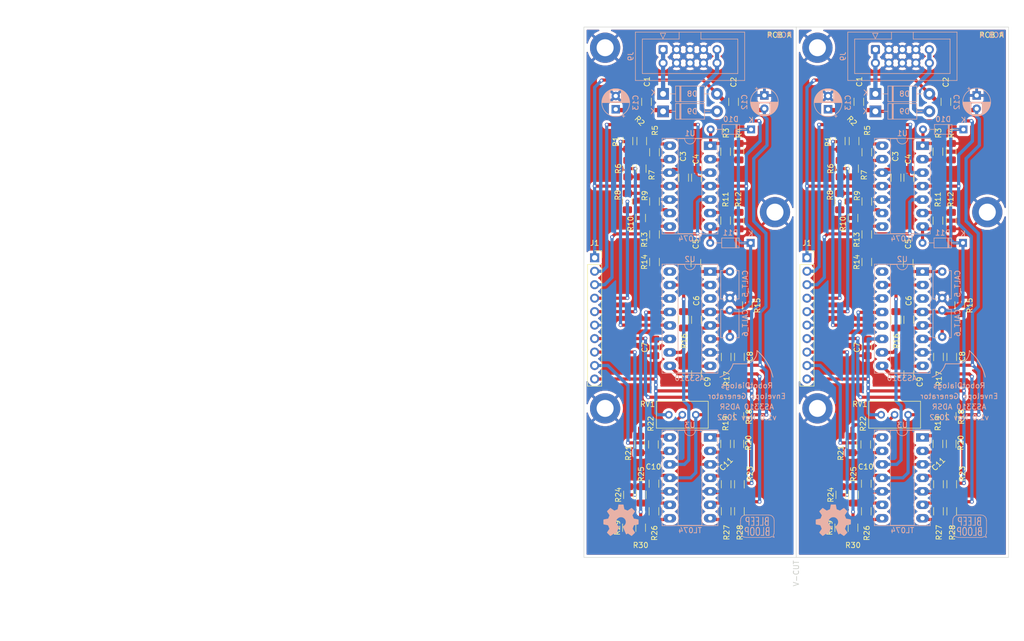
<source format=kicad_pcb>
(kicad_pcb (version 20211014) (generator pcbnew)
  (title_block (title "Envelope Generator AS3310") (date "2022-12-06") (rev "1.0") (company "RobotDialogs"))
  (layers (0 "F.Cu" signal) (31 "B.Cu" signal) (34 "B.Paste" user) (35 "F.Paste" user) (36 "B.SilkS" user "B.Silkscreen") (37 "F.SilkS" user "F.Silkscreen") (38 "B.Mask" user) (39 "F.Mask" user) (44 "Edge.Cuts" user))
  (net 0 "")
  (net 1 "+12V")
  (net 2 "GND")
  (net 3 "-12V")
  (net 4 "Net-(C5-Pad1)")
  (net 5 "-12VA")
  (net 6 "Net-(C6-Pad2)")
  (net 7 "+12VA")
  (net 8 "Net-(C6-Pad1)")
  (net 9 "Net-(C9-Pad1)")
  (net 10 "Net-(D10-Pad2)")
  (net 11 "Net-(D11-Pad2)")
  (net 12 "Net-(R2-Pad1)")
  (net 13 "Net-(R4-Pad1)")
  (net 14 "Net-(R6-Pad1)")
  (net 15 "Net-(R2-Pad2)")
  (net 16 "Net-(R5-Pad2)")
  (net 17 "Net-(R16-Pad1)")
  (net 18 "Net-(R16-Pad2)")
  (net 19 "Net-(R18-Pad1)")
  (net 20 "Net-(R8-Pad1)")
  (net 21 "Net-(R10-Pad2)")
  (net 22 "Net-(R13-Pad2)")
  (net 23 "Net-(R12-Pad1)")
  (net 24 "Net-(R13-Pad1)")
  (net 25 "Net-(R17-Pad1)")
  (net 26 "Net-(R19-Pad2)")
  (net 27 "Net-(R23-Pad2)")
  (net 28 "Net-(R21-Pad2)")
  (net 29 "Net-(R30-Pad1)")
  (net 30 "Net-(R30-Pad2)")
  (net 31 "Net-(R21-Pad1)")
  (net 32 "Net-(R23-Pad1)")
  (net 33 "Net-(R24-Pad1)")
  (net 34 "Net-(R26-Pad2)")
  (net 35 "Net-(R28-Pad1)")
  (net 36 "Net-(R28-Pad2)")
  (net 37 "GATE")
  (net 38 "TRIG")
  (net 39 "OUT")
  (net 40 "ATTACK")
  (net 41 "DECAY")
  (net 42 "SUSTAIN")
  (net 43 "RELEASE")
  (footprint "Capacitor_SMD:C_1206_3216Metric_Pad1.33x1.80mm_HandSolder" (layer "F.Cu") (at 161.2 78.4 -90)
    (fp_text reference "C4")
    (fp_text value "10nF")
  )
  (footprint "Resistor_SMD:R_1206_3216Metric_Pad1.30x1.75mm_HandSolder" (layer "F.Cu") (at 209.2 123.4 90)
    (fp_text reference "R18")
    (fp_text value "100k")
  )
  (footprint "Resistor_SMD:R_1206_3216Metric_Pad1.30x1.75mm_HandSolder" (layer "F.Cu") (at 188.2 144.4 -90)
    (fp_text reference "R29")
    (fp_text value "470")
  )
  (footprint "Resistor_SMD:R_1206_3216Metric_Pad1.30x1.75mm_HandSolder" (layer "F.Cu") (at 166.7 86.5 90)
    (fp_text reference "R11")
    (fp_text value "100k")
  )
  (footprint "Connector_PinSocket_2.54mm:PinSocket_1x10_P2.54mm_Vertical" (layer "F.Cu") (at 142.025 93.5)
    (fp_text reference "J1")
    (fp_text value "Conn_01x10")
  )
  (footprint "Resistor_SMD:R_1206_3216Metric_Pad1.30x1.75mm_HandSolder" (layer "F.Cu") (at 148.4 138.2 -90)
    (fp_text reference "R24")
    (fp_text value "100k")
  )
  (footprint "Capacitor_SMD:C_1206_3216Metric_Pad1.33x1.80mm_HandSolder" (layer "F.Cu") (at 198.8 78.4 90)
    (fp_text reference "C3")
    (fp_text value "10nF")
  )
  (footprint "Resistor_SMD:R_1206_3216Metric_Pad1.30x1.75mm_HandSolder" (layer "F.Cu") (at 166.8 112.2 -90)
    (fp_text reference "R17")
    (fp_text value "470")
  )
  (footprint "Resistor_SMD:R_1206_3216Metric_Pad1.30x1.75mm_HandSolder" (layer "F.Cu") (at 150.9 71.5 90)
    (fp_text reference "R2")
    (fp_text value "10k")
  )
  (footprint "Resistor_SMD:R_1206_3216Metric_Pad1.30x1.75mm_HandSolder" (layer "F.Cu") (at 209.3 136.2 90)
    (fp_text reference "R23")
    (fp_text value "100k")
  )
  (footprint "Resistor_SMD:R_1206_3216Metric_Pad1.30x1.75mm_HandSolder" (layer "F.Cu") (at 209.2 73.5 90)
    (fp_text reference "R4")
    (fp_text value "100k")
  )
  (footprint "Resistor_SMD:R_1206_3216Metric_Pad1.30x1.75mm_HandSolder" (layer "F.Cu") (at 169.2 123.4 90)
    (fp_text reference "R18")
    (fp_text value "100k")
  )
  (footprint "Capacitor_SMD:C_1206_3216Metric_Pad1.33x1.80mm_HandSolder" (layer "F.Cu") (at 201.2 78.4 -90)
    (fp_text reference "C4")
    (fp_text value "10nF")
  )
  (footprint "Resistor_SMD:R_1206_3216Metric_Pad1.30x1.75mm_HandSolder" (layer "F.Cu") (at 169.2 73.5 90)
    (fp_text reference "R4")
    (fp_text value "100k")
  )
  (footprint "Resistor_SMD:R_1206_3216Metric_Pad1.30x1.75mm_HandSolder" (layer "F.Cu") (at 206.7 86.5 90)
    (fp_text reference "R11")
    (fp_text value "100k")
  )
  (footprint "Resistor_SMD:R_1206_3216Metric_Pad1.30x1.75mm_HandSolder" (layer "F.Cu") (at 150.8 76.7 -90)
    (fp_text reference "R7")
    (fp_text value "100k")
  )
  (footprint "MountingHole:MountingHole_3.2mm_M3_ISO7380_Pad_TopBottom" (layer "F.Cu") (at 144 121.9)
    (fp_text reference "H5" hide)
    (fp_text value "MountingHole_Pad")
  )
  (footprint "Resistor_SMD:R_1206_3216Metric_Pad1.30x1.75mm_HandSolder" (layer "F.Cu") (at 148.3 71.5 -90)
    (fp_text reference "R1")
    (fp_text value "470")
  )
  (footprint "My Stuff:Logo2" (layer "F.Cu") (at 212.7 144.1)
    (fp_text reference "LOGO2" hide)
    (fp_text value "logo1" hide)
  )
  (footprint "Capacitor_SMD:C_1206_3216Metric_Pad1.33x1.80mm_HandSolder" (layer "F.Cu") (at 161.2 105.2 -90)
    (fp_text reference "C6")
    (fp_text value "1uF")
  )
  (footprint "Resistor_SMD:R_1206_3216Metric_Pad1.30x1.75mm_HandSolder" (layer "F.Cu") (at 209.2 128.6 90)
    (fp_text reference "R20")
    (fp_text value "100k")
  )
  (footprint "Resistor_SMD:R_1206_3216Metric_Pad1.30x1.75mm_HandSolder" (layer "F.Cu") (at 190.9 71.5 90)
    (fp_text reference "R2")
    (fp_text value "10k")
  )
  (footprint "Resistor_SMD:R_1206_3216Metric_Pad1.30x1.75mm_HandSolder" (layer "F.Cu") (at 188.3 71.5 -90)
    (fp_text reference "R1")
    (fp_text value "470")
  )
  (footprint "Resistor_SMD:R_1206_3216Metric_Pad1.30x1.75mm_HandSolder" (layer "F.Cu") (at 190.7 86 90)
    (fp_text reference "R10")
    (fp_text value "100k")
  )
  (footprint "Capacitor_SMD:C_1206_3216Metric_Pad1.33x1.80mm_HandSolder" (layer "F.Cu") (at 161.1 94.5 90)
    (fp_text reference "C5")
    (fp_text value "39nF")
  )
  (footprint "Capacitor_SMD:C_1206_3216Metric_Pad1.33x1.80mm_HandSolder" (layer "F.Cu") (at 201.2 115.5 -90)
    (fp_text reference "C9")
    (fp_text value "10nF")
  )
  (footprint "MountingHole:MountingHole_3.2mm_M3_ISO7380_Pad_TopBottom" (layer "F.Cu") (at 144 53.9)
    (fp_text reference "H1" hide)
    (fp_text value "MountingHole_Pad")
  )
  (footprint "Capacitor_SMD:C_1206_3216Metric_Pad1.33x1.80mm_HandSolder" (layer "F.Cu") (at 209.3 112.2 -90)
    (fp_text reference "C8")
    (fp_text value "10nF")
  )
  (footprint "MountingHole:MountingHole_3.2mm_M3_ISO7380_Pad_TopBottom" (layer "F.Cu") (at 176 84.9)
    (fp_text reference "H3" hide)
    (fp_text value "MountingHole_Pad")
  )
  (footprint "Resistor_SMD:R_1206_3216Metric_Pad1.30x1.75mm_HandSolder" (layer "F.Cu") (at 206.7 128.6 -90)
    (fp_text reference "R19")
    (fp_text value "100k")
  )
  (footprint "Resistor_SMD:R_1206_3216Metric_Pad1.30x1.75mm_HandSolder" (layer "F.Cu") (at 209.3 141.3 90)
    (fp_text reference "R28")
    (fp_text value "10k")
  )
  (footprint "Resistor_SMD:R_1206_3216Metric_Pad1.30x1.75mm_HandSolder" (layer "F.Cu") (at 193.3 94.3 -90)
    (fp_text reference "R14")
    (fp_text value "470")
  )
  (footprint "Resistor_SMD:R_1206_3216Metric_Pad1.30x1.75mm_HandSolder" (layer "F.Cu") (at 166.8 141.3 90)
    (fp_text reference "R27")
    (fp_text value "100k")
  )
  (footprint "Capacitor_SMD:C_1206_3216Metric_Pad1.33x1.80mm_HandSolder" (layer "F.Cu") (at 208.2 64.1 -90)
    (fp_text reference "C2")
    (fp_text value "10nF")
  )
  (footprint "Resistor_SMD:R_1206_3216Metric_Pad1.30x1.75mm_HandSolder" (layer "F.Cu") (at 190.8 138.2 90)
    (fp_text reference "R25")
    (fp_text value "100k")
  )
  (footprint "Resistor_SMD:R_1206_3216Metric_Pad1.30x1.75mm_HandSolder" (layer "F.Cu") (at 150.7 86 90)
    (fp_text reference "R10")
    (fp_text value "100k")
  )
  (footprint "Resistor_SMD:R_1206_3216Metric_Pad1.30x1.75mm_HandSolder" (layer "F.Cu") (at 193.3 73.6 -90)
    (fp_text reference "R5")
    (fp_text value "100k")
  )
  (footprint "Capacitor_SMD:C_1206_3216Metric_Pad1.33x1.80mm_HandSolder" (layer "F.Cu") (at 153.3 110.4 90)
    (fp_text reference "C7")
    (fp_text value "10nF")
  )
  (footprint "Resistor_SMD:R_1206_3216Metric_Pad1.30x1.75mm_HandSolder" (layer "F.Cu") (at 153.1 128.7 -90)
    (fp_text reference "R22")
    (fp_text value "100k")
  )
  (footprint "Resistor_SMD:R_1206_3216Metric_Pad1.30x1.75mm_HandSolder" (layer "F.Cu") (at 210.8 102.5 90)
    (fp_text reference "R15")
    (fp_text value "10k")
  )
  (footprint "Resistor_SMD:R_1206_3216Metric_Pad1.30x1.75mm_HandSolder" (layer "F.Cu") (at 153.3 94.3 -90)
    (fp_text reference "R14")
    (fp_text value "470")
  )
  (footprint "MountingHole:MountingHole_3.2mm_M3_ISO7380_Pad_TopBottom" (layer "F.Cu") (at 216 84.9)
    (fp_text reference "H3" hide)
    (fp_text value "MountingHole_Pad")
  )
  (footprint "Resistor_SMD:R_1206_3216Metric_Pad1.30x1.75mm_HandSolder" (layer "F.Cu") (at 166.7 128.6 -90)
    (fp_text reference "R19")
    (fp_text value "100k")
  )
  (footprint "Resistor_SMD:R_1206_3216Metric_Pad1.30x1.75mm_HandSolder" (layer "F.Cu") (at 193.1 128.7 -90)
    (fp_text reference "R22")
    (fp_text value "100k")
  )
  (footprint "Resistor_SMD:R_1206_3216Metric_Pad1.30x1.75mm_HandSolder" (layer "F.Cu") (at 198.8 105.2 -90)
    (fp_text reference "R16")
    (fp_text value "30k")
  )
  (footprint "Resistor_SMD:R_1206_3216Metric_Pad1.30x1.75mm_HandSolder" (layer "F.Cu") (at 150.5 128.7 90)
    (fp_text reference "R21")
    (fp_text value "100k")
  )
  (footprint "Capacitor_SMD:C_1206_3216Metric_Pad1.33x1.80mm_HandSolder" (layer "F.Cu") (at 193.2 136.1 -90)
    (fp_text reference "C10")
    (fp_text value "10nF")
  )
  (footprint "Capacitor_SMD:C_1206_3216Metric_Pad1.33x1.80mm_HandSolder" (layer "F.Cu") (at 153.2 136.1 -90)
    (fp_text reference "C10")
    (fp_text value "10nF")
  )
  (footprint "Resistor_SMD:R_1206_3216Metric_Pad1.30x1.75mm_HandSolder" (layer "F.Cu") (at 169.3 141.3 90)
    (fp_text reference "R28")
    (fp_text value "10k")
  )
  (footprint "Capacitor_SMD:C_1206_3216Metric_Pad1.33x1.80mm_HandSolder" (layer "F.Cu") (at 161.2 115.5 -90)
    (fp_text reference "C9")
    (fp_text value "10nF")
  )
  (footprint "Capacitor_SMD:C_1206_3216Metric_Pad1.33x1.80mm_HandSolder" (layer "F.Cu") (at 169.3 112.2 -90)
    (fp_text reference "C8")
    (fp_text value "10nF")
  )
  (footprint "Resistor_SMD:R_1206_3216Metric_Pad1.30x1.75mm_HandSolder" (layer "F.Cu") (at 150.7 144.4 -90)
    (fp_text reference "R30")
    (fp_text value "10k")
  )
  (footprint "Resistor_SMD:R_1206_3216Metric_Pad1.30x1.75mm_HandSolder" (layer "F.Cu") (at 153.3 73.6 -90)
    (fp_text reference "R5")
    (fp_text value "100k")
  )
  (footprint "Resistor_SMD:R_1206_3216Metric_Pad1.30x1.75mm_HandSolder" (layer "F.Cu") (at 193.3 82.9 90)
    (fp_text reference "R9")
    (fp_text value "100k")
  )
  (footprint "Capacitor_SMD:C_1206_3216Metric_Pad1.33x1.80mm_HandSolder" (layer "F.Cu") (at 206.8 136.2 90)
    (fp_text reference "C11")
    (fp_text value "10nF")
  )
  (footprint "Resistor_SMD:R_1206_3216Metric_Pad1.30x1.75mm_HandSolder" (layer "F.Cu") (at 169.3 136.2 90)
    (fp_text reference "R23")
    (fp_text value "100k")
  )
  (footprint "Resistor_SMD:R_1206_3216Metric_Pad1.30x1.75mm_HandSolder" (layer "F.Cu") (at 190.8 76.7 -90)
    (fp_text reference "R7")
    (fp_text value "100k")
  )
  (footprint "Resistor_SMD:R_1206_3216Metric_Pad1.30x1.75mm_HandSolder" (layer "F.Cu") (at 190.7 144.4 -90)
    (fp_text reference "R30")
    (fp_text value "10k")
  )
  (footprint "Resistor_SMD:R_1206_3216Metric_Pad1.30x1.75mm_HandSolder" (layer "F.Cu") (at 148.3 76.7 90)
    (fp_text reference "R6")
    (fp_text value "100k")
  )
  (footprint "Resistor_SMD:R_1206_3216Metric_Pad1.30x1.75mm_HandSolder" (layer "F.Cu") (at 150.8 138.2 90)
    (fp_text reference "R25")
    (fp_text value "100k")
  )
  (footprint "Connector_PinSocket_2.54mm:PinSocket_1x10_P2.54mm_Vertical" (layer "F.Cu") (at 182.025 93.5)
    (fp_text reference "J1")
    (fp_text value "Conn_01x10")
  )
  (footprint "Capacitor_SMD:C_1206_3216Metric_Pad1.33x1.80mm_HandSolder" (layer "F.Cu") (at 193.3 110.4 90)
    (fp_text reference "C7")
    (fp_text value "10nF")
  )
  (footprint "Resistor_SMD:R_1206_3216Metric_Pad1.30x1.75mm_HandSolder" (layer "F.Cu") (at 169.2 128.6 90)
    (fp_text reference "R20")
    (fp_text value "100k")
  )
  (footprint "Resistor_SMD:R_1206_3216Metric_Pad1.30x1.75mm_HandSolder" (layer "F.Cu") (at 169.2 86.5 -90)
    (fp_text reference "R12")
    (fp_text value "100k")
  )
  (footprint "MountingHole:MountingHole_3.2mm_M3_ISO7380_Pad_TopBottom" (layer "F.Cu") (at 184 53.9)
    (fp_text reference "H1" hide)
    (fp_text value "MountingHole_Pad")
  )
  (footprint "Resistor_SMD:R_1206_3216Metric_Pad1.30x1.75mm_HandSolder" (layer "F.Cu") (at 153.2 141.3 90)
    (fp_text reference "R26")
    (fp_text value "100k")
  )
  (footprint "MountingHole:MountingHole_3.2mm_M3_ISO7380_Pad_TopBottom" (layer "F.Cu") (at 184 121.9)
    (fp_text reference "H5" hide)
    (fp_text value "MountingHole_Pad")
  )
  (footprint "Capacitor_SMD:C_1206_3216Metric_Pad1.33x1.80mm_HandSolder" (layer "F.Cu") (at 166.8 136.2 90)
    (fp_text reference "C11")
    (fp_text value "10nF")
  )
  (footprint "Resistor_SMD:R_1206_3216Metric_Pad1.30x1.75mm_HandSolder" (layer "F.Cu") (at 209.2 86.5 -90)
    (fp_text reference "R12")
    (fp_text value "100k")
  )
  (footprint "Resistor_SMD:R_1206_3216Metric_Pad1.30x1.75mm_HandSolder" (layer "F.Cu") (at 148.2 144.4 -90)
    (fp_text reference "R29")
    (fp_text value "470")
  )
  (footprint "Potentiometer_THT:Potentiometer_Bourns_3296W_Vertical" (layer "F.Cu") (at 156 123.1 180)
    (fp_text reference "RV1")
    (fp_text value "100k")
  )
  (footprint "Resistor_SMD:R_1206_3216Metric_Pad1.30x1.75mm_HandSolder" (layer "F.Cu") (at 158.8 105.2 -90)
    (fp_text reference "R16")
    (fp_text value "30k")
  )
  (footprint "Capacitor_SMD:C_1206_3216Metric_Pad1.33x1.80mm_HandSolder" (layer "F.Cu") (at 158.8 78.4 90)
    (fp_text reference "C3")
    (fp_text value "10nF")
  )
  (footprint "Capacitor_SMD:C_1206_3216Metric_Pad1.33x1.80mm_HandSolder" (layer "F.Cu") (at 151.8 64.1 90)
    (fp_text reference "C1")
    (fp_text value "10nF")
  )
  (footprint "Resistor_SMD:R_1206_3216Metric_Pad1.30x1.75mm_HandSolder" (layer "F.Cu") (at 206.7 73.5 -90)
    (fp_text reference "R3")
    (fp_text value "100k")
  )
  (footprint "Resistor_SMD:R_1206_3216Metric_Pad1.30x1.75mm_HandSolder" (layer "F.Cu") (at 193.2 141.3 90)
    (fp_text reference "R26")
    (fp_text value "100k")
  )
  (footprint "Resistor_SMD:R_1206_3216Metric_Pad1.30x1.75mm_HandSolder" (layer "F.Cu") (at 206.8 112.2 -90)
    (fp_text reference "R17")
    (fp_text value "470")
  )
  (footprint "Resistor_SMD:R_1206_3216Metric_Pad1.30x1.75mm_HandSolder" (layer "F.Cu") (at 166.7 73.5 -90)
    (fp_text reference "R3")
    (fp_text value "100k")
  )
  (footprint "Resistor_SMD:R_1206_3216Metric_Pad1.30x1.75mm_HandSolder" (layer "F.Cu") (at 148.2 82.9 -90)
    (fp_text reference "R8")
    (fp_text value "100k")
  )
  (footprint "Resistor_SMD:R_1206_3216Metric_Pad1.30x1.75mm_HandSolder" (layer "F.Cu") (at 190.5 128.7 90)
    (fp_text reference "R21")
    (fp_text value "100k")
  )
  (footprint "Capacitor_SMD:C_1206_3216Metric_Pad1.33x1.80mm_HandSolder" (layer "F.Cu") (at 201.2 105.2 -90)
    (fp_text reference "C6")
    (fp_text value "1uF")
  )
  (footprint "Capacitor_SMD:C_1206_3216Metric_Pad1.33x1.80mm_HandSolder" (layer "F.Cu") (at 168.2 64.1 -90)
    (fp_text reference "C2")
    (fp_text value "10nF")
  )
  (footprint "Resistor_SMD:R_1206_3216Metric_Pad1.30x1.75mm_HandSolder" (layer "F.Cu") (at 206.8 141.3 90)
    (fp_text reference "R27")
    (fp_text value "100k")
  )
  (footprint "Capacitor_SMD:C_1206_3216Metric_Pad1.33x1.80mm_HandSolder" (layer "F.Cu") (at 201.1 94.5 90)
    (fp_text reference "C5")
    (fp_text value "39nF")
  )
  (footprint "Resistor_SMD:R_1206_3216Metric_Pad1.30x1.75mm_HandSolder" (layer "F.Cu") (at 153.3 82.9 90)
    (fp_text reference "R9")
    (fp_text value "100k")
  )
  (footprint "My Stuff:Logo2" (layer "F.Cu") (at 172.7 144.1)
    (fp_text reference "LOGO2" hide)
    (fp_text value "logo1" hide)
  )
  (footprint "Capacitor_SMD:C_1206_3216Metric_Pad1.33x1.80mm_HandSolder" (layer "F.Cu") (at 191.8 64.1 90)
    (fp_text reference "C1")
    (fp_text value "10nF")
  )
  (footprint "Potentiometer_THT:Potentiometer_Bourns_3296W_Vertical" (layer "F.Cu") (at 196 123.1 180)
    (fp_text reference "RV1")
    (fp_text value "100k")
  )
  (footprint "Resistor_SMD:R_1206_3216Metric_Pad1.30x1.75mm_HandSolder" (layer "F.Cu") (at 193.3 89.1 90)
    (fp_text reference "R13")
    (fp_text value "10k")
  )
  (footprint "Resistor_SMD:R_1206_3216Metric_Pad1.30x1.75mm_HandSolder" (layer "F.Cu") (at 188.2 82.9 -90)
    (fp_text reference "R8")
    (fp_text value "100k")
  )
  (footprint "Resistor_SMD:R_1206_3216Metric_Pad1.30x1.75mm_HandSolder" (layer "F.Cu") (at 188.3 76.7 90)
    (fp_text reference "R6")
    (fp_text value "100k")
  )
  (footprint "Resistor_SMD:R_1206_3216Metric_Pad1.30x1.75mm_HandSolder" (layer "F.Cu") (at 153.3 89.1 90)
    (fp_text reference "R13")
    (fp_text value "10k")
  )
  (footprint "Resistor_SMD:R_1206_3216Metric_Pad1.30x1.75mm_HandSolder" (layer "F.Cu") (at 170.8 102.5 90)
    (fp_text reference "R15")
    (fp_text value "10k")
  )
  (footprint "Resistor_SMD:R_1206_3216Metric_Pad1.30x1.75mm_HandSolder" (layer "F.Cu") (at 188.4 138.2 -90)
    (fp_text reference "R24")
    (fp_text value "100k")
  )
  (footprint "Diode_THT:D_DO-34_SOD68_P7.62mm_Horizontal" (layer "B.Cu") (at 211.5 69.3 180)
    (fp_text reference "D10")
    (fp_text value "D")
  )
  (footprint "Package_DIP:DIP-16_W7.62mm_Socket_LongPads" (layer "B.Cu") (at 163.8 96.1 180)
    (fp_text reference "U2")
    (fp_text value "AS3310")
  )
  (footprint "Diode_THT:D_DO-34_SOD68_P7.62mm_Horizontal" (layer "B.Cu") (at 171.415 90.7 180)
    (fp_text reference "D11")
    (fp_text value "D")
  )
  (footprint "Capacitor_THT:C_Disc_D5.1mm_W3.2mm_P5.00mm" (layer "B.Cu") (at 167.5 96.1 -90)
    (fp_text reference "CALT_5")
    (fp_text value "39nF")
  )
  (footprint "Capacitor_THT:CP_Radial_D5.0mm_P2.50mm" (layer "B.Cu") (at 214 62.894888 -90)
    (fp_text reference "C12")
    (fp_text value "100uF")
  )
  (footprint "Connector_IDC:IDC-Header_2x05_P2.54mm_Vertical" (layer "B.Cu") (at 154.92 54.2475 -90)
    (fp_text reference "J9")
    (fp_text value "Conn_02x05_Odd_Even")
  )
  (footprint "Diode_THT:D_DO-41_SOD81_P10.16mm_Horizontal" (layer "B.Cu") (at 194.92 65.9)
    (fp_text reference "D9")
    (fp_text value "D")
  )
  (footprint "Symbol:OSHW-Symbol_6.7x6mm_SilkScreen" (layer "B.Cu") (at 187 143 180)
    (fp_text reference "LOGO3" hide)
    (fp_text value "Logo_Open_Hardware_Small" hide)
  )
  (footprint "Diode_THT:D_DO-41_SOD81_P10.16mm_Horizontal" (layer "B.Cu") (at 194.92 62.6)
    (fp_text reference "D8")
    (fp_text value "D")
  )
  (footprint "Diode_THT:D_DO-41_SOD81_P10.16mm_Horizontal" (layer "B.Cu") (at 154.92 65.9)
    (fp_text reference "D9")
    (fp_text value "D")
  )
  (footprint "Diode_THT:D_DO-41_SOD81_P10.16mm_Horizontal" (layer "B.Cu") (at 154.92 62.6)
    (fp_text reference "D8")
    (fp_text value "D")
  )
  (footprint "Connector_IDC:IDC-Header_2x05_P2.54mm_Vertical" (layer "B.Cu") (at 194.92 54.2475 -90)
    (fp_text reference "J9")
    (fp_text value "Conn_02x05_Odd_Even")
  )
  (footprint "Package_DIP:DIP-14_W7.62mm_Socket_LongPads" (layer "B.Cu") (at 203.8 127.375 180)
    (fp_text reference "U3")
    (fp_text value "TL074")
  )
  (footprint "Package_DIP:DIP-16_W7.62mm_Socket_LongPads" (layer "B.Cu") (at 203.8 96.1 180)
    (fp_text reference "U2")
    (fp_text value "AS3310")
  )
  (footprint "Capacitor_THT:CP_Radial_D5.0mm_P2.50mm" (layer "B.Cu") (at 146 65.5 90)
    (fp_text reference "C13")
    (fp_text value "100uF")
  )
  (footprint "Capacitor_THT:C_Disc_D5.1mm_W3.2mm_P5.00mm" (layer "B.Cu") (at 207.5 96.1 -90)
    (fp_text reference "CALT_5")
    (fp_text value "39nF")
  )
  (footprint "Capacitor_THT:CP_Radial_D5.0mm_P2.50mm" (layer "B.Cu") (at 186 65.5 90)
    (fp_text reference "C13")
    (fp_text value "100uF")
  )
  (footprint "Diode_THT:D_DO-34_SOD68_P7.62mm_Horizontal" (layer "B.Cu") (at 171.5 69.3 180)
    (fp_text reference "D10")
    (fp_text value "D")
  )
  (footprint "Symbol:OSHW-Symbol_6.7x6mm_SilkScreen" (layer "B.Cu") (at 147 143 180)
    (fp_text reference "LOGO3" hide)
    (fp_text value "Logo_Open_Hardware_Small" hide)
  )
  (footprint "Package_DIP:DIP-14_W7.62mm_Socket_LongPads" (layer "B.Cu") (at 163.8 72.375 180)
    (fp_text reference "U1")
    (fp_text value "TL074")
  )
  (footprint "Capacitor_THT:CP_Radial_D5.0mm_P2.50mm" (layer "B.Cu") (at 174 62.894888 -90)
    (fp_text reference "C12")
    (fp_text value "100uF")
  )
  (footprint "Capacitor_THT:C_Disc_D5.1mm_W3.2mm_P5.00mm" (layer "B.Cu") (at 167.5 103.4 -90)
    (fp_text reference "CALT_6")
    (fp_text value "1uF")
  )
  (footprint "Package_DIP:DIP-14_W7.62mm_Socket_LongPads" (layer "B.Cu") (at 203.8 72.375 180)
    (fp_text reference "U1")
    (fp_text value "TL074")
  )
  (footprint "Package_DIP:DIP-14_W7.62mm_Socket_LongPads" (layer "B.Cu") (at 163.8 127.375 180)
    (fp_text reference "U3")
    (fp_text value "TL074")
  )
  (footprint "Diode_THT:D_DO-34_SOD68_P7.62mm_Horizontal" (layer "B.Cu") (at 211.415 90.7 180)
    (fp_text reference "D11")
    (fp_text value "D")
  )
  (footprint "Capacitor_THT:C_Disc_D5.1mm_W3.2mm_P5.00mm" (layer "B.Cu") (at 207.5 103.4 -90)
    (fp_text reference "CALT_6")
    (fp_text value "1uF")
  )
  (gr_line (start 208.109944 113.5) (end 210.609944 113.5) (layer "B.SilkS") (width 0.15))
  (gr_arc (start 208.109944 113.5) (mid 207.17529 115.065346) (end 205.609944 116) (layer "B.SilkS") (width 0.15))
  (gr_arc (start 212.609944 111) (mid 214.5 113.265966) (end 215.609944 116) (layer "B.SilkS") (width 0.15))
  (gr_line (start 168.109944 113.5) (end 170.609944 113.5) (layer "B.SilkS") (width 0.15))
  (gr_arc (start 172.609944 111) (mid 174.5 113.265966) (end 175.609944 116) (layer "B.SilkS") (width 0.15))
  (gr_arc (start 212.609944 111) (mid 212.095649 112.638564) (end 210.609944 113.5) (layer "B.SilkS") (width 0.15))
  (gr_arc (start 172.609944 111) (mid 172.095649 112.638564) (end 170.609944 113.5) (layer "B.SilkS") (width 0.15))
  (gr_arc (start 168.109944 113.5) (mid 167.17529 115.065346) (end 165.609944 116) (layer "B.SilkS") (width 0.15))
  (gr_rect (start 140 50) (end 220 150) (layer "Edge.Cuts") (width 0.1) (fill none))
  (gr_line (start 180 50) (end 180 150) (layer "Edge.Cuts") (width 0.1))
  (gr_text "PCB A" (at 216.9 51.5) (layer "B.SilkS") (effects (font (size 1 1)) (justify mirror)))
  (gr_text "TL074" (at 200 89.9) (layer "B.SilkS") (effects (font (size 1 1)) (justify mirror)))
  (gr_text "v1.0 Nov 2022" (at 170.7 123.6) (layer "B.SilkS") (effects (font (size 1 1)) (justify mirror)))
  (gr_text "RobotDialogs\n" (at 210.7 117.6) (layer "B.SilkS") (effects (font (size 1 1)) (justify mirror)))
  (gr_text "Envelope Generator" (at 210.7 119.6) (layer "B.SilkS") (effects (font (size 1 1)) (justify mirror)))
  (gr_text "TL074" (at 200 144.9) (layer "B.SilkS") (effects (font (size 1 1)) (justify mirror)))
  (gr_text "AS3310 ADSR" (at 170.7 121.599999) (layer "B.SilkS") (effects (font (size 1 1)) (justify mirror)))
  (gr_text "TL074" (at 160 89.9) (layer "B.SilkS") (effects (font (size 1 1)) (justify mirror)))
  (gr_text "v1.0 Nov 2022" (at 210.7 123.6) (layer "B.SilkS") (effects (font (size 1 1)) (justify mirror)))
  (gr_text "RobotDialogs\n" (at 170.7 117.6) (layer "B.SilkS") (effects (font (size 1 1)) (justify mirror)))
  (gr_text "PCB A" (at 176.9 51.5) (layer "B.SilkS") (effects (font (size 1 1)) (justify mirror)))
  (gr_text "TL074" (at 160 144.9) (layer "B.SilkS") (effects (font (size 1 1)) (justify mirror)))
  (gr_text "AS3310" (at 199.9 116.2) (layer "B.SilkS") (effects (font (size 1 1)) (justify mirror)))
  (gr_text "AS3310 ADSR" (at 210.7 121.599999) (layer "B.SilkS") (effects (font (size 1 1)) (justify mirror)))
  (gr_text "Envelope Generator" (at 170.7 119.6) (layer "B.SilkS") (effects (font (size 1 1)) (justify mirror)))
  (gr_text "AS3310" (at 159.9 116.2) (layer "B.SilkS") (effects (font (size 1 1)) (justify mirror)))
  (gr_text "PCB A" (at 216.8 51.5) (layer "F.SilkS") (effects (font (size 1 1))))
  (gr_text "PCB A" (at 176.8 51.5) (layer "F.SilkS") (effects (font (size 1 1))))
  (gr_text "V-CUT" (at 180 153 90) (layer "Edge.Cuts") (effects (font (size 1 1))))
  (segment (start 196.1425 108.8375) (end 196.18 108.8) (width 0.6) (layer "F.Cu") (net 1))
  (segment (start 146.1625 65.6625) (end 146 65.5) (width 0.8) (layer "F.Cu") (net 1))
  (segment (start 210.595 79.995) (end 210.6 80) (width 0.6) (layer "F.Cu") (net 1))
  (segment (start 193.56 118.64) (end 193.56 116.36) (width 0.6) (layer "F.Cu") (net 1))
  (segment (start 202.7 67.7) (end 213 67.7) (width 0.6) (layer "F.Cu") (net 1))
  (segment (start 211.6 118.6) (end 211.6 119.7) (width 0.6) (layer "F.Cu") (net 1))
  (segment (start 193.3 108.8375) (end 196.1425 108.8375) (width 0.6) (layer "F.Cu") (net 1))
  (segment (start 154.682501 65.6625) (end 154.920001 65.9) (width 0.8) (layer "F.Cu") (net 1))
  (segment (start 153.3 108.8375) (end 156.1425 108.8375) (width 0.6) (layer "F.Cu") (net 1))
  (segment (start 171.6 118.6) (end 153.6 118.6) (width 0.6) (layer "F.Cu") (net 1))
  (segment (start 153.6 118.6) (end 153.56 118.64) (width 0.6) (layer "F.Cu") (net 1))
  (segment (start 166.8 134.6375) (end 166.8 135.8) (width 0.6) (layer "F.Cu") (net 1))
  (segment (start 154.920001 65.9) (end 160.9 65.9) (width 0.6) (layer "F.Cu") (net 1))
  (segment (start 191.8 65.6625) (end 194.682501 65.6625) (width 0.8) (layer "F.Cu") (net 1))
  (segment (start 193.6 118.6) (end 193.56 118.64) (width 0.6) (layer "F.Cu") (net 1))
  (segment (start 206.8 134.6375) (end 204.1575 134.6375) (width 0.6) (layer "F.Cu") (net 1))
  (segment (start 160.9 65.9) (end 162.7 67.7) (width 0.6) (layer "F.Cu") (net 1))
  (segment (start 186.1625 65.6625) (end 186 65.5) (width 0.8) (layer "F.Cu") (net 1))
  (segment (start 170.595 79.995) (end 170.6 80) (width 0.6) (layer "F.Cu") (net 1))
  (segment (start 206.8 134.6375) (end 206.8 135.8) (width 0.6) (layer "F.Cu") (net 1))
  (segment (start 166.8 135.8) (end 167 136) (width 0.6) (layer "F.Cu") (net 1))
  (segment (start 194.920001 65.9) (end 200.9 65.9) (width 0.6) (layer "F.Cu") (net 1))
  (segment (start 142.025 116.36) (end 153.56 116.36) (width 0.6) (layer "F.Cu") (net 1))
  (segment (start 163.7575 80.0375) (end 163.8 79.995) (width 0.6) (layer "F.Cu") (net 1))
  (segment (start 204.1575 134.6375) (end 203.8 134.995) (width 0.6) (layer "F.Cu") (net 1))
  (segment (start 201.3 80.0375) (end 203.7575 80.0375) (width 0.6) (layer "F.Cu") (net 1))
  (segment (start 151.8 65.6625) (end 154.682501 65.6625) (width 0.8) (layer "F.Cu") (net 1))
  (segment (start 161.3 80.0375) (end 163.7575 80.0375) (width 0.6) (layer "F.Cu") (net 1))
  (segment (start 164.1575 134.6375) (end 163.8 134.995) (width 0.6) (layer "F.Cu") (net 1))
  (segment (start 191.8 65.6625) (end 186.1625 65.6625) (width 0.8) (layer "F.Cu") (net 1))
  (segment (start 171.6 118.6) (end 171.6 119.7) (width 0.6) (layer "F.Cu") (net 1))
  (segment (start 156.1425 108.8375) (end 156.18 108.8) (width 0.6) (layer "F.Cu") (net 1))
  (segment (start 162.7 67.7) (end 173 67.7) (width 0.6) (layer "F.Cu") (net 1))
  (segment (start 194.682501 65.6625) (end 194.920001 65.9) (width 0.8) (layer "F.Cu") (net 1))
  (segment (start 200.9 65.9) (end 202.7 67.7) (width 0.6) (layer "F.Cu") (net 1))
  (segment (start 151.8 65.6625) (end 146.1625 65.6625) (width 0.8) (layer "F.Cu") (net 1))
  (segment (start 163.8 79.995) (end 170.595 79.995) (width 0.6) (layer "F.Cu") (net 1))
  (segment (start 207 136) (end 211.6 136) (width 0.6) (layer "F.Cu") (net 1))
  (segment (start 167 136) (end 171.6 136) (width 0.6) (layer "F.Cu") (net 1))
  (segment (start 166.8 134.6375) (end 164.1575 134.6375) (width 0.6) (layer "F.Cu") (net 1))
  (segment (start 153.56 118.64) (end 153.56 116.36) (width 0.6) (layer "F.Cu") (net 1))
  (segment (start 203.8 79.995) (end 210.595 79.995) (width 0.6) (layer "F.Cu") (net 1))
  (segment (start 206.8 135.8) (end 207 136) (width 0.6) (layer "F.Cu") (net 1))
  (segment (start 182.025 116.36) (end 193.56 116.36) (width 0.6) (layer "F.Cu") (net 1))
  (segment (start 203.7575 80.0375) (end 203.8 79.995) (width 0.6) (layer "F.Cu") (net 1))
  (segment (start 211.6 118.6) (end 193.6 118.6) (width 0.6) (layer "F.Cu") (net 1))
  (via (at 153.56 116.36) (size 0.7) (drill 0.4) (layers "F.Cu" "B.Cu") (net 1))
  (via (at 171.6 119.7) (size 0.7) (drill 0.4) (layers "F.Cu" "B.Cu") (net 1))
  (via (at 210.6 80) (size 0.7) (drill 0.4) (layers "F.Cu" "B.Cu") (net 1))
  (via (at 213 67.7) (size 0.7) (drill 0.4) (layers "F.Cu" "B.Cu") (net 1))
  (via (at 173 67.7) (size 0.7) (drill 0.4) (layers "F.Cu" "B.Cu") (net 1))
  (via (at 170.6 80) (size 0.7) (drill 0.4) (layers "F.Cu" "B.Cu") (net 1))
  (via (at 193.56 118.64) (size 0.7) (drill 0.4) (layers "F.Cu" "B.Cu") (net 1))
  (via (at 211.6 136) (size 0.7) (drill 0.4) (layers "F.Cu" "B.Cu") (net 1))
  (via (at 211.6 119.7) (size 0.7) (drill 0.4) (layers "F.Cu" "B.Cu") (net 1))
  (via (at 153.56 118.64) (size 0.7) (drill 0.4) (layers "F.Cu" "B.Cu") (net 1))
  (via (at 171.6 136) (size 0.7) (drill 0.4) (layers "F.Cu" "B.Cu") (net 1))
  (via (at 193.56 116.36) (size 0.7) (drill 0.4) (layers "F.Cu" "B.Cu") (net 1))
  (via (at 193.56 117.46) (size 0.7) (drill 0.4) (layers "F.Cu" "B.Cu") (net 1))
  (via (at 153.56 117.46) (size 0.7) (drill 0.4) (layers "F.Cu" "B.Cu") (net 1))
  (via (at 211.6 118.6) (size 0.7) (drill 0.4) (layers "F.Cu" "B.Cu") (net 1))
  (via (at 171.6 118.6) (size 0.7) (drill 0.4) (layers "F.Cu" "B.Cu") (net 1))
  (segment (start 213.2 71.5) (end 213.2 67.9) (width 0.6) (layer "B.Cu") (net 1))
  (segment (start 213 89.5) (end 210.6 87.1) (width 0.6) (layer "B.Cu") (net 1))
  (segment (start 193.6 108.8) (end 193.56 108.84) (width 0.6) (layer "B.Cu") (net 1))
  (segment (start 173 102.3) (end 173 89.5) (width 0.6) (layer "B.Cu") (net 1))
  (segment (start 173 89.5) (end 170.6 87.1) (width 0.6) (layer "B.Cu") (net 1))
  (segment (start 213 102.3) (end 213 89.5) (width 0.6) (layer "B.Cu") (net 1))
  (segment (start 153.6 108.8) (end 153.56 108.84) (width 0.6) (layer "B.Cu") (net 1))
  (segment (start 153.56 122.76) (end 153.9 123.1) (width 0.6) (layer "B.Cu") (net 1))
  (segment (start 193.9 123.1) (end 196 123.1) (width 0.6) (layer "B.Cu") (net 1))
  (segment (start 153.56 116.36) (end 153.56 117.46) (width 0.6) (layer "B.Cu") (net 1))
  (segment (start 173.2 71.5) (end 173.2 67.9) (width 0.6) (layer "B.Cu") (net 1))
  (segment (start 173.2 67.9) (end 173 67.7) (width 0.6) (layer "B.Cu") (net 1))
  (segment (start 153.56 108.84) (end 153.56 116.36) (width 0.6) (layer "B.Cu") (net 1))
  (segment (start 210.6 74.1) (end 213.2 71.5) (width 0.6) (layer "B.Cu") (net 1))
  (segment (start 156.18 108.8) (end 153.6 108.8) (width 0.6) (layer "B.Cu") (net 1))
  (segment (start 211.6 103.7) (end 213 102.3) (width 0.6) (layer "B.Cu") (net 1))
  (segment (start 171.6 119.7) (end 171.6 103.7) (width 0.6) (layer "B.Cu") (net 1))
  (segment (start 153.56 118.64) (end 153.56 122.76) (width 0.6) (layer "B.Cu") (net 1))
  (segment (start 193.56 118.64) (end 193.56 122.76) (width 0.6) (layer "B.Cu") (net 1))
  (segment (start 210.6 80) (end 210.6 74.1) (width 0.6) (layer "B.Cu") (net 1))
  (segment (start 170.6 87.1) (end 170.6 80) (width 0.6) (layer "B.Cu") (net 1))
  (segment (start 211.6 119.7) (end 211.6 103.7) (width 0.6) (layer "B.Cu") (net 1))
  (segment (start 193.56 108.84) (end 193.56 116.36) (width 0.6) (layer "B.Cu") (net 1))
  (segment (start 193.56 122.76) (end 193.9 123.1) (width 0.6) (layer "B.Cu") (net 1))
  (segment (start 153.56 117.46) (end 153.56 118.64) (width 0.6) (layer "B.Cu") (net 1))
  (segment (start 210.6 87.1) (end 210.6 80) (width 0.6) (layer "B.Cu") (net 1))
  (segment (start 193.56 117.46) (end 193.56 118.64) (width 0.6) (layer "B.Cu") (net 1))
  (segment (start 153.9 123.1) (end 156 123.1) (width 0.6) (layer "B.Cu") (net 1))
  (segment (start 170.6 74.1) (end 173.2 71.5) (width 0.6) (layer "B.Cu") (net 1))
  (segment (start 193.56 116.36) (end 193.56 117.46) (width 0.6) (layer "B.Cu") (net 1))
  (segment (start 171.6 103.7) (end 173 102.3) (width 0.6) (layer "B.Cu") (net 1))
  (segment (start 213.2 67.9) (end 213 67.7) (width 0.6) (layer "B.Cu") (net 1))
  (segment (start 211.6 136) (end 211.6 119.7) (width 0.6) (layer "B.Cu") (net 1))
  (segment (start 170.6 80) (end 170.6 74.1) (width 0.6) (layer "B.Cu") (net 1))
  (segment (start 171.6 136) (end 171.6 119.7) (width 0.6) (layer "B.Cu") (net 1))
  (segment (start 196.18 108.8) (end 193.6 108.8) (width 0.6) (layer "B.Cu") (net 1))
  (segment (start 198.8 76.8375) (end 196.7975 76.8375) (width 0.6) (layer "F.Cu") (net 2))
  (segment (start 156.7975 76.8375) (end 156.18 77.455) (width 0.6) (layer "F.Cu") (net 2))
  (segment (start 196.0525 137.6625) (end 196.18 137.535) (width 0.6) (layer "F.Cu") (net 2))
  (segment (start 204.0275 137.7625) (end 203.8 137.535) (width 0.6) (layer "F.Cu") (net 2))
  (segment (start 196.7975 76.8375) (end 196.18 77.455) (width 0.6) (layer "F.Cu") (net 2))
  (segment (start 158.8 76.8375) (end 156.7975 76.8375) (width 0.6) (layer "F.Cu") (net 2))
  (segment (start 153.2 137.6625) (end 156.0525 137.6625) (width 0.6) (layer "F.Cu") (net 2))
  (segment (start 166.8 137.7625) (end 164.0275 137.7625) (width 0.6) (layer "F.Cu") (net 2))
  (segment (start 206.8 137.7625) (end 204.0275 137.7625) (width 0.6) (layer "F.Cu") (net 2))
  (segment (start 193.2 137.6625) (end 196.0525 137.6625) (width 0.6) (layer "F.Cu") (net 2))
  (segment (start 164.0275 137.7625) (end 163.8 137.535) (width 0.6) (layer "F.Cu") (net 2))
  (segment (start 156.0525 137.6625) (end 156.18 137.535) (width 0.6) (layer "F.Cu") (net 2))
  (segment (start 169.3 113.7625) (end 173.1375 113.7625) (width 0.6) (layer "F.Cu") (net 3))
  (segment (start 209.3 113.7625) (end 213.1375 113.7625) (width 0.6) (layer "F.Cu") (net 3))
  (segment (start 198.9 80.0375) (end 196.2225 80.0375) (width 0.6) (layer "F.Cu") (net 3))
  (segment (start 205.080001 62.6) (end 206.580001 64.1) (width 0.8) (layer "F.Cu") (net 3))
  (segment (start 156.2225 80.0375) (end 156.18 79.995) (width 0.6) (layer "F.Cu") (net 3))
  (segment (start 183.4 60) (end 183.3 60.1) (width 0.6) (layer "F.Cu") (net 3))
  (segment (start 166.8 113.75) (end 169.2875 113.75) (width 0.6) (layer "F.Cu") (net 3))
  (segment (start 201.08 123.1) (end 214.4 123.1) (width 0.6) (layer "F.Cu") (net 3))
  (segment (start 155.7225 134.5375) (end 156.18 134.995) (width 0.6) (layer "F.Cu") (net 3))
  (segment (start 182.045 79.995) (end 182.025 79.975) (width 0.6) (layer "F.Cu") (net 3))
  (segment (start 206.8 113.75) (end 209.2875 113.75) (width 0.6) (layer "F.Cu") (net 3))
  (segment (start 165.080001 62.6) (end 166.580001 64.1) (width 0.8) (layer "F.Cu") (net 3))
  (segment (start 208.2 65.6625) (end 214.232388 65.6625) (width 0.8) (layer "F.Cu") (net 3))
  (segment (start 209.2875 113.75) (end 209.3 113.7625) (width 0.6) (layer "F.Cu") (net 3))
  (segment (start 162.480001 60) (end 143.4 60) (width 0.6) (layer "F.Cu") (net 3))
  (segment (start 205.080001 62.6) (end 202.480001 60) (width 0.6) (layer "F.Cu") (net 3))
  (segment (start 202.480001 60) (end 183.4 60) (width 0.6) (layer "F.Cu") (net 3))
  (segment (start 168.2 64.4) (end 168.2 65.6625) (width 0.8) (layer "F.Cu") (net 3))
  (segment (start 153.2 134.5375) (end 155.7225 134.5375) (width 0.6) (layer "F.Cu") (net 3))
  (segment (start 169.2875 113.75) (end 169.3 113.7625) (width 0.6) (layer "F.Cu") (net 3))
  (segment (start 168.2 65.6625) (end 174.232388 65.6625) (width 0.8) (layer "F.Cu") (net 3))
  (segment (start 193.2 134.5375) (end 195.7225 134.5375) (width 0.6) (layer "F.Cu") (net 3))
  (segment (start 173.1375 113.7625) (end 173.2 113.7) (width 0.6) (layer "F.Cu") (net 3))
  (segment (start 142.045 79.995) (end 142.025 79.975) (width 0.6) (layer "F.Cu") (net 3))
  (segment (start 195.7225 134.5375) (end 196.18 134.995) (width 0.6) (layer "F.Cu") (net 3))
  (segment (start 196.18 79.995) (end 182.045 79.995) (width 0.6) (layer "F.Cu") (net 3))
  (segment (start 166.580001 64.1) (end 167.9 64.1) (width 0.8) (layer "F.Cu") (net 3))
  (segment (start 156.18 79.995) (end 142.045 79.995) (width 0.6) (layer "F.Cu") (net 3))
  (segment (start 196.2225 80.0375) (end 196.18 79.995) (width 0.6) (layer "F.Cu") (net 3))
  (segment (start 143.4 60) (end 143.3 60.1) (width 0.6) (layer "F.Cu") (net 3))
  (segment (start 165.080001 62.6) (end 162.480001 60) (width 0.6) (layer "F.Cu") (net 3))
  (segment (start 208.2 64.4) (end 208.2 65.6625) (width 0.8) (layer "F.Cu") (net 3))
  (segment (start 207.9 64.1) (end 208.2 64.4) (width 0.8) (layer "F.Cu") (net 3))
  (segment (start 161.08 123.1) (end 174.4 123.1) (width 0.6) (layer "F.Cu") (net 3))
  (segment (start 206.580001 64.1) (end 207.9 64.1) (width 0.8) (layer "F.Cu") (net 3))
  (segment (start 158.9 80.0375) (end 156.2225 80.0375) (width 0.6) (layer "F.Cu") (net 3))
  (segment (start 167.9 64.1) (end 168.2 64.4) (width 0.8) (layer "F.Cu") (net 3))
  (segment (start 213.1375 113.7625) (end 213.2 113.7) (width 0.6) (layer "F.Cu") (net 3))
  (via (at 173.2 113.7) (size 0.7) (drill 0.4) (layers "F.Cu" "B.Cu") (net 3))
  (via (at 142.025 79.975) (size 0.7) (drill 0.4) (layers "F.Cu" "B.Cu") (net 3))
  (via (at 174.4 123.1) (size 0.7) (drill 0.4) (layers "F.Cu" "B.Cu") (net 3))
  (via (at 183.3 60.1) (size 0.7) (drill 0.4) (layers "F.Cu" "B.Cu") (net 3))
  (via (at 214.4 123.1) (size 0.7) (drill 0.4) (layers "F.Cu" "B.Cu") (net 3))
  (via (at 143.3 60.1) (size 0.7) (drill 0.4) (layers "F.Cu" "B.Cu") (net 3))
  (via (at 213.2 113.7) (size 0.7) (drill 0.4) (layers "F.Cu" "B.Cu") (net 3))
  (via (at 182.025 79.975) (size 0.7) (drill 0.4) (layers "F.Cu" "B.Cu") (net 3))
  (segment (start 212 74.8) (end 214.5 72.3) (width 0.6) (layer "B.Cu") (net 3))
  (segment (start 142.025 93.5) (end 142.025 79.975) (width 0.6) (layer "B.Cu") (net 3))
  (segment (start 172 74.8) (end 174.5 72.3) (width 0.6) (layer "B.Cu") (net 3))
  (segment (start 182.025 93.5) (end 182.025 79.975) (width 0.6) (layer "B.Cu") (net 3))
  (segment (start 212 86.6) (end 212 74.8) (width 0.6) (layer "B.Cu") (net 3))
  (segment (start 214 65.394888) (end 214 66.863519) (width 0.6) (layer "B.Cu") (net 3))
  (segment (start 174 65.394888) (end 174 66.863519) (width 0.6) (layer "B.Cu") (net 3))
  (segment (start 201.08 134.02) (end 200.105 134.995) (width 0.6) (layer "B.Cu") (net 3))
  (segment (start 182.025 79.975) (end 182.025 61.375) (width 0.6) (layer "B.Cu") (net 3))
  (segment (start 200.105 134.995) (end 196.18 134.995) (width 0.6) (layer "B.Cu") (net 3))
  (segment (start 214 66.863519) (end 214.5 67.363519) (width 0.6) (layer "B.Cu") (net 3))
  (segment (start 213.2 103.8) (end 214.3 102.7) (width 0.6) (layer "B.Cu") (net 3))
  (segment (start 174.4 114.9) (end 174.4 123.1) (width 0.6) (layer "B.Cu") (net 3))
  (segment (start 173.2 103.8) (end 174.3 102.7) (width 0.6) (layer "B.Cu") (net 3))
  (segment (start 201.08 123.1) (end 201.08 134.02) (width 0.6) (layer "B.Cu") (net 3))
  (segment (start 160.105 134.995) (end 156.18 134.995) (width 0.6) (layer "B.Cu") (net 3))
  (segment (start 174.5 72.3) (end 174.5 67.363519) (width 0.6) (layer "B.Cu") (net 3))
  (segment (start 142.025 61.375) (end 143.3 60.1) (width 0.6) (layer "B.Cu") (net 3))
  (segment (start 173.2 113.7) (end 174.4 114.9) (width 0.6) (layer "B.Cu") (net 3))
  (segment (start 174.3 88.9) (end 172 86.6) (width 0.6) (layer "B.Cu") (net 3))
  (segment (start 182.025 61.375) (end 183.3 60.1) (width 0.6) (layer "B.Cu") (net 3))
  (segment (start 214.5 72.3) (end 214.5 67.363519) (width 0.6) (layer "B.Cu") (net 3))
  (segment (start 142.025 79.975) (end 142.025 61.375) (width 0.6) (layer "B.Cu") (net 3))
  (segment (start 214.4 114.9) (end 214.4 123.1) (width 0.6) (layer "B.Cu") (net 3))
  (segment (start 213.2 113.7) (end 213.2 103.8) (width 0.6) (layer "B.Cu") (net 3))
  (segment (start 174.3 102.7) (end 174.3 88.9) (width 0.6) (layer "B.Cu") (net 3))
  (segment (start 172 86.6) (end 172 74.8) (width 0.6) (layer "B.Cu") (net 3))
  (segment (start 173.2 113.7) (end 173.2 103.8) (width 0.6) (layer "B.Cu") (net 3))
  (segment (start 214.3 88.9) (end 212 86.6) (width 0.6) (layer "B.Cu") (net 3))
  (segment (start 161.08 123.1) (end 161.08 134.02) (width 0.6) (layer "B.Cu") (net 3))
  (segment (start 214.3 102.7) (end 214.3 88.9) (width 0.6) (layer "B.Cu") (net 3))
  (segment (start 161.08 134.02) (end 160.105 134.995) (width 0.6) (layer "B.Cu") (net 3))
  (segment (start 213.2 113.7) (end 214.4 114.9) (width 0.6) (layer "B.Cu") (net 3))
  (segment (start 174 66.863519) (end 174.5 67.363519) (width 0.6) (layer "B.Cu") (net 3))
  (segment (start 161.1375 96.1) (end 161.1 96.0625) (width 0.6) (layer "F.Cu") (net 4))
  (segment (start 201.1375 96.1) (end 201.1 96.0625) (width 0.6) (layer "F.Cu") (net 4))
  (segment (start 207.5 96.1) (end 201.1375 96.1) (width 0.6) (layer "F.Cu") (net 4))
  (segment (start 167.5 96.1) (end 161.1375 96.1) (width 0.6) (layer "F.Cu") (net 4))
  (segment (start 194.92 55.1475) (end 194.920001 62.6) (width 0.8) (layer "B.Cu") (net 5))
  (segment (start 154.92 55.1475) (end 154.920001 62.6) (width 0.8) (layer "B.Cu") (net 5))
  (segment (start 207.5 108.4) (end 207.5 107) (width 0.6) (layer "F.Cu") (net 6))
  (segment (start 166.76 106.26) (end 163.8 106.26) (width 0.6) (layer "F.Cu") (net 6))
  (segment (start 203.2975 106.7625) (end 203.8 106.26) (width 0.6) (layer "F.Cu") (net 6))
  (segment (start 167.5 108.4) (end 167.5 107) (width 0.6) (layer "F.Cu") (net 6))
  (segment (start 206.76 106.26) (end 203.8 106.26) (width 0.6) (layer "F.Cu") (net 6))
  (segment (start 201.2 106.7625) (end 203.2975 106.7625) (width 0.6) (layer "F.Cu") (net 6))
  (segment (start 161.2 106.7625) (end 163.2975 106.7625) (width 0.6) (layer "F.Cu") (net 6))
  (segment (start 163.2975 106.7625) (end 163.8 106.26) (width 0.6) (layer "F.Cu") (net 6))
  (segment (start 207.5 107) (end 206.76 106.26) (width 0.6) (layer "F.Cu") (net 6))
  (segment (start 167.5 107) (end 166.76 106.26) (width 0.6) (layer "F.Cu") (net 6))
  (segment (start 202.7 65.9) (end 202.2 65.4) (width 0.8) (layer "B.Cu") (net 7))
  (segment (start 162.2 61.5) (end 165.08 58.62) (width 0.8) (layer "B.Cu") (net 7))
  (segment (start 165.080001 65.9) (end 162.7 65.9) (width 0.8) (layer "B.Cu") (net 7))
  (segment (start 205.080001 65.9) (end 202.7 65.9) (width 0.8) (layer "B.Cu") (net 7))
  (segment (start 202.2 61.5) (end 205.08 58.62) (width 0.8) (layer "B.Cu") (net 7))
  (segment (start 165.08 58.62) (end 165.08 55.1475) (width 0.8) (layer "B.Cu") (net 7))
  (segment (start 202.2 65.4) (end 202.2 61.5) (width 0.8) (layer "B.Cu") (net 7))
  (segment (start 162.2 65.4) (end 162.2 61.5) (width 0.8) (layer "B.Cu") (net 7))
  (segment (start 205.08 58.62) (end 205.08 55.1475) (width 0.8) (layer "B.Cu") (net 7))
  (segment (start 162.7 65.9) (end 162.2 65.4) (width 0.8) (layer "B.Cu") (net 7))
  (segment (start 163.7175 103.6375) (end 163.8 103.72) (width 0.6) (layer "F.Cu") (net 8))
  (segment (start 167.18 103.72) (end 167.5 103.4) (width 0.6) (layer "F.Cu") (net 8))
  (segment (start 210.8 104.05) (end 208.15 104.05) (width 0.6) (layer "F.Cu") (net 8))
  (segment (start 168.15 104.05) (end 167.5 103.4) (width 0.6) (layer "F.Cu") (net 8))
  (segment (start 163.8 103.72) (end 167.18 103.72) (width 0.6) (layer "F.Cu") (net 8))
  (segment (start 161.2 103.6375) (end 163.7175 103.6375) (width 0.6) (layer "F.Cu") (net 8))
  (segment (start 208.15 104.05) (end 207.5 103.4) (width 0.6) (layer "F.Cu") (net 8))
  (segment (start 203.8 103.72) (end 207.18 103.72) (width 0.6) (layer "F.Cu") (net 8))
  (segment (start 170.8 104.05) (end 168.15 104.05) (width 0.6) (layer "F.Cu") (net 8))
  (segment (start 203.7175 103.6375) (end 203.8 103.72) (width 0.6) (layer "F.Cu") (net 8))
  (segment (start 201.2 103.6375) (end 203.7175 103.6375) (width 0.6) (layer "F.Cu") (net 8))
  (segment (start 207.18 103.72) (end 207.5 103.4) (width 0.6) (layer "F.Cu") (net 8))
  (segment (start 167.5 103.4) (end 170.1 103.4) (width 0.6) (layer "B.Cu") (net 8))
  (segment (start 209.1 90.1) (end 209.7 90.7) (width 0.6) (layer "B.Cu") (net 8))
  (segment (start 209.5 69.3) (end 209.1 69.7) (width 0.6) (layer "B.Cu") (net 8))
  (segment (start 169.1 90.1) (end 169.7 90.7) (width 0.6) (layer "B.Cu") (net 8))
  (segment (start 209.1 69.7) (end 209.1 90.1) (width 0.6) (layer "B.Cu") (net 8))
  (segment (start 171.415 102.085) (end 171.415 90.7) (width 0.6) (layer "B.Cu") (net 8))
  (segment (start 209.7 90.7) (end 211.415 90.7) (width 0.6) (layer "B.Cu") (net 8))
  (segment (start 169.5 69.3) (end 169.1 69.7) (width 0.6) (layer "B.Cu") (net 8))
  (segment (start 211.5 69.3) (end 209.5 69.3) (width 0.6) (layer "B.Cu") (net 8))
  (segment (start 211.415 102.085) (end 211.415 90.7) (width 0.6) (layer "B.Cu") (net 8))
  (segment (start 210.1 103.4) (end 211.415 102.085) (width 0.6) (layer "B.Cu") (net 8))
  (segment (start 169.7 90.7) (end 171.415 90.7) (width 0.6) (layer "B.Cu") (net 8))
  (segment (start 170.1 103.4) (end 171.415 102.085) (width 0.6) (layer "B.Cu") (net 8))
  (segment (start 169.1 69.7) (end 169.1 90.1) (width 0.6) (layer "B.Cu") (net 8))
  (segment (start 171.5 69.3) (end 169.5 69.3) (width 0.6) (layer "B.Cu") (net 8))
  (segment (start 207.5 103.4) (end 210.1 103.4) (width 0.6) (layer "B.Cu") (net 8))
  (segment (start 201.2 113.9375) (end 203.7425 113.9375) (width 0.6) (layer "F.Cu") (net 9))
  (segment (start 203.7425 113.9375) (end 203.8 113.88) (width 0.6) (layer "F.Cu") (net 9))
  (segment (start 161.2 113.9375) (end 163.7425 113.9375) (width 0.6) (layer "F.Cu") (net 9))
  (segment (start 163.7425 113.9375) (end 163.8 113.88) (width 0.6) (layer "F.Cu") (net 9))
  (segment (start 203.88 69.3) (end 203.88 72.295) (width 0.6) (layer "F.Cu") (net 10))
  (segment (start 163.8 72.375) (end 164.225 71.95) (width 0.6) (layer "F.Cu") (net 10))
  (segment (start 166.7 71.95) (end 164.225 71.95) (width 0.6) (layer "F.Cu") (net 10))
  (segment (start 163.88 69.3) (end 163.88 72.295) (width 0.6) (layer "F.Cu") (net 10))
  (segment (start 203.8 72.375) (end 204.225 71.95) (width 0.6) (layer "F.Cu") (net 10))
  (segment (start 206.7 71.95) (end 204.225 71.95) (width 0.6) (layer "F.Cu") (net 10))
  (segment (start 203.795 90.7) (end 203.795 87.62) (width 0.6) (layer "F.Cu") (net 11))
  (segment (start 203.795 87.62) (end 203.8 87.615) (width 0.6) (layer "F.Cu") (net 11))
  (segment (start 163.795 87.62) (end 163.8 87.615) (width 0.6) (layer "F.Cu") (net 11))
  (segment (start 163.795 90.7) (end 163.795 87.62) (width 0.6) (layer "F.Cu") (net 11))
  (segment (start 164.235 88.05) (end 163.8 87.615) (width 0.6) (layer "F.Cu") (net 11))
  (segment (start 166.7 88.05) (end 164.235 88.05) (width 0.6) (layer "F.Cu") (net 11))
  (segment (start 206.7 88.05) (end 204.235 88.05) (width 0.6) (layer "F.Cu") (net 11))
  (segment (start 204.235 88.05) (end 203.8 87.615) (width 0.6) (layer "F.Cu") (net 11))
  (segment (start 196.18 106.26) (end 196.12 106.2) (width 0.6) (layer "F.Cu") (net 12))
  (segment (start 186.9 71.6) (end 188.4 71.6) (width 0.6) (layer "F.Cu") (net 12))
  (segment (start 156.18 106.26) (end 156.12 106.2) (width 0.6) (layer "F.Cu") (net 12))
  (segment (start 146.9 71.6) (end 148.4 71.6) (width 0.6) (layer "F.Cu") (net 12))
  (segment (start 196.12 106.2) (end 186.9 106.2) (width 0.6) (layer "F.Cu") (net 12))
  (segment (start 156.12 106.2) (end 146.9 106.2) (width 0.6) (layer "F.Cu") (net 12))
  (segment (start 190.7 71.6) (end 190.9 71.8) (width 0.6) (layer "F.Cu") (net 12))
  (segment (start 150.7 71.6) (end 150.9 71.8) (width 0.6) (layer "F.Cu") (net 12))
  (segment (start 150.9 71.8) (end 150.9 73.05) (width 0.6) (layer "F.Cu") (net 12))
  (segment (start 148.4 71.6) (end 148.4 70.05) (width 0.6) (layer "F.Cu") (net 12))
  (segment (start 188.4 71.6) (end 190.7 71.6) (width 0.6) (layer "F.Cu") (net 12))
  (segment (start 190.9 71.8) (end 190.9 73.05) (width 0.6) (layer "F.Cu") (net 12))
  (segment (start 148.4 71.6) (end 150.7 71.6) (width 0.6) (layer "F.Cu") (net 12))
  (segment (start 148.4 70.05) (end 148.3 69.95) (width 0.6) (layer "F.Cu") (net 12))
  (segment (start 188.4 70.05) (end 188.3 69.95) (width 0.6) (layer "F.Cu") (net 12))
  (segment (start 188.4 71.6) (end 188.4 70.05) (width 0.6) (layer "F.Cu") (net 12))
  (via (at 186.9 71.6) (size 0.7) (drill 0.4) (layers "F.Cu" "B.Cu") (net 12))
  (via (at 146.9 106.2) (size 0.7) (drill 0.4) (layers "F.Cu" "B.Cu") (net 12))
  (via (at 146.9 71.6) (size 0.7) (drill 0.4) (layers "F.Cu" "B.Cu") (net 12))
  (via (at 186.9 106.2) (size 0.7) (drill 0.4) (layers "F.Cu" "B.Cu") (net 12))
  (segment (start 186.9 106.2) (end 186.9 71.6) (width 0.6) (layer "B.Cu") (net 12))
  (segment (start 146.9 106.2) (end 146.9 71.6) (width 0.6) (layer "B.Cu") (net 12))
  (segment (start 203.935 75.05) (end 203.8 74.915) (width 0.6) (layer "F.Cu") (net 13))
  (segment (start 209.2 75.05) (end 203.935 75.05) (width 0.6) (layer "F.Cu") (net 13))
  (segment (start 163.935 75.05) (end 163.8 74.915) (width 0.6) (layer "F.Cu") (net 13))
  (segment (start 169.2 75.05) (end 163.935 75.05) (width 0.6) (layer "F.Cu") (net 13))
  (segment (start 188.3 78.25) (end 190.8 78.25) (width 0.6) (layer "F.Cu") (net 14))
  (segment (start 148.3 78.25) (end 150.8 78.25) (width 0.6) (layer "F.Cu") (net 14))
  (segment (start 150.9 69.95) (end 152.75 69.95) (width 0.6) (layer "F.Cu") (net 15))
  (segment (start 152.75 69.95) (end 153.3 70.5) (width 0.6) (layer "F.Cu") (net 15))
  (segment (start 192.75 69.95) (end 193.3 70.5) (width 0.6) (layer "F.Cu") (net 15))
  (segment (start 193.3 70.5) (end 193.3 72.05) (width 0.6) (layer "F.Cu") (net 15))
  (segment (start 153.3 70.5) (end 153.3 72.05) (width 0.6) (layer "F.Cu") (net 15))
  (segment (start 195.855 72.05) (end 196.18 72.375) (width 0.6) (layer "F.Cu") (net 15))
  (segment (start 155.855 72.05) (end 156.18 72.375) (width 0.6) (layer "F.Cu") (net 15))
  (segment (start 153.3 72.05) (end 155.855 72.05) (width 0.6) (layer "F.Cu") (net 15))
  (segment (start 190.9 69.95) (end 192.75 69.95) (width 0.6) (layer "F.Cu") (net 15))
  (segment (start 193.3 72.05) (end 195.855 72.05) (width 0.6) (layer "F.Cu") (net 15))
  (segment (start 195.945 75.15) (end 196.18 74.915) (width 0.6) (layer "F.Cu") (net 16))
  (segment (start 153.3 75.15) (end 155.945 75.15) (width 0.6) (layer "F.Cu") (net 16))
  (segment (start 190.8 75.15) (end 193.3 75.15) (width 0.6) (layer "F.Cu") (net 16))
  (segment (start 193.3 75.15) (end 195.945 75.15) (width 0.6) (layer "F.Cu") (net 16))
  (segment (start 150.8 75.15) (end 153.3 75.15) (width 0.6) (layer "F.Cu") (net 16))
  (segment (start 155.945 75.15) (end 156.18 74.915) (width 0.6) (layer "F.Cu") (net 16))
  (segment (start 199.76 98.64) (end 203.8 98.64) (width 0.6) (layer "F.Cu") (net 17))
  (segment (start 198.8 103.65) (end 198.8 99.6) (width 0.6) (layer "F.Cu") (net 17))
  (segment (start 158.8 103.65) (end 158.8 99.6) (width 0.6) (layer "F.Cu") (net 17))
  (segment (start 159.76 98.64) (end 163.8 98.64) (width 0.6) (layer "F.Cu") (net 17))
  (segment (start 198.8 99.6) (end 199.76 98.64) (width 0.6) (layer "F.Cu") (net 17))
  (segment (start 158.8 99.6) (end 159.76 98.64) (width 0.6) (layer "F.Cu") (net 17))
  (via (at 158.8 101.3) (size 0.7) (drill 0.4) (layers "F.Cu" "B.Cu") (net 17))
  (via (at 198.8 101.3) (size 0.7) (drill 0.4) (layers "F.Cu" "B.Cu") (net 17))
  (segment (start 159.759511 121.459511) (end 159.759511 131.640489) (width 0.6) (layer "B.Cu") (net 17))
  (segment (start 159.759511 131.640489) (end 158.945 132.455) (width 0.6) (layer "B.Cu") (net 17))
  (segment (start 199.759511 131.640489) (end 198.945 132.455) (width 0.6) (layer "B.Cu") (net 17))
  (segment (start 158.8 120.5) (end 159.759511 121.459511) (width 0.6) (layer "B.Cu") (net 17))
  (segment (start 198.8 120.5) (end 199.759511 121.459511) (width 0.6) (layer "B.Cu") (net 17))
  (segment (start 198.945 132.455) (end 196.18 132.455) (width 0.6) (layer "B.Cu") (net 17))
  (segment (start 158.8 101.3) (end 158.8 120.5) (width 0.6) (layer "B.Cu") (net 17))
  (segment (start 199.759511 121.459511) (end 199.759511 131.640489) (width 0.6) (layer "B.Cu") (net 17))
  (segment (start 198.8 101.3) (end 198.8 120.5) (width 0.6) (layer "B.Cu") (net 17))
  (segment (start 158.945 132.455) (end 156.18 132.455) (width 0.6) (layer "B.Cu") (net 17))
  (segment (start 198.26 111.34) (end 196.18 111.34) (width 0.6) (layer "F.Cu") (net 18))
  (segment (start 198.8 106.75) (end 198.8 110.8) (width 0.6) (layer "F.Cu") (net 18))
  (segment (start 158.8 106.75) (end 158.8 110.8) (width 0.6) (layer "F.Cu") (net 18))
  (segment (start 198.8 110.8) (end 198.26 111.34) (width 0.6) (layer "F.Cu") (net 18))
  (segment (start 158.8 110.8) (end 158.26 111.34) (width 0.6) (layer "F.Cu") (net 18))
  (segment (start 158.26 111.34) (end 156.18 111.34) (width 0.6) (layer "F.Cu") (net 18))
  (segment (start 209.2 127.05) (end 209.2 124.95) (width 0.6) (layer "F.Cu") (net 19))
  (segment (start 169.2 127.05) (end 169.2 124.95) (width 0.6) (layer "F.Cu") (net 19))
  (segment (start 188.2 81.35) (end 193.3 81.35) (width 0.6) (layer "F.Cu") (net 20))
  (segment (start 148.2 81.35) (end 153.3 81.35) (width 0.6) (layer "F.Cu") (net 20))
  (segment (start 155.555 84.45) (end 156.18 85.075) (width 0.6) (layer "F.Cu") (net 21))
  (segment (start 190.7 84.45) (end 193.3 84.45) (width 0.6) (layer "F.Cu") (net 21))
  (segment (start 193.3 84.45) (end 195.555 84.45) (width 0.6) (layer "F.Cu") (net 21))
  (segment (start 150.7 84.45) (end 153.3 84.45) (width 0.6) (layer "F.Cu") (net 21))
  (segment (start 153.3 84.45) (end 155.555 84.45) (width 0.6) (layer "F.Cu") (net 21))
  (segment (start 195.555 84.45) (end 196.18 85.075) (width 0.6) (layer "F.Cu") (net 21))
  (segment (start 190.7 87.55) (end 196.115 87.55) (width 0.6) (layer "F.Cu") (net 22))
  (segment (start 156.115 87.55) (end 156.18 87.615) (width 0.6) (layer "F.Cu") (net 22))
  (segment (start 196.115 87.55) (end 196.18 87.615) (width 0.6) (layer "F.Cu") (net 22))
  (segment (start 150.7 87.55) (end 156.115 87.55) (width 0.6) (layer "F.Cu") (net 22))
  (segment (start 169.2 84.95) (end 163.925 84.95) (width 0.6) (layer "F.Cu") (net 23))
  (segment (start 209.2 84.95) (end 203.925 84.95) (width 0.6) (layer "F.Cu") (net 23))
  (segment (start 163.925 84.95) (end 163.8 85.075) (width 0.6) (layer "F.Cu") (net 23))
  (segment (start 203.925 84.95) (end 203.8 85.075) (width 0.6) (layer "F.Cu") (net 23))
  (segment (start 158.5 93.5) (end 157.7 92.7) (width 0.6) (layer "F.Cu") (net 24))
  (segment (start 193.35 92.7) (end 193.3 92.75) (width 0.6) (layer "F.Cu") (net 24))
  (segment (start 157.7 92.7) (end 153.35 92.7) (width 0.6) (layer "F.Cu") (net 24))
  (segment (start 153.3 92.75) (end 153.3 90.65) (width 0.6) (layer "F.Cu") (net 24))
  (segment (start 197.86 98.64) (end 198.5 98) (width 0.6) (layer "F.Cu") (net 24))
  (segment (start 197.7 92.7) (end 193.35 92.7) (width 0.6) (layer "F.Cu") (net 24))
  (segment (start 153.35 92.7) (end 153.3 92.75) (width 0.6) (layer "F.Cu") (net 24))
  (segment (start 156.18 98.64) (end 157.86 98.64) (width 0.6) (layer "F.Cu") (net 24))
  (segment (start 193.3 92.75) (end 193.3 90.65) (width 0.6) (layer "F.Cu") (net 24))
  (segment (start 196.18 98.64) (end 197.86 98.64) (width 0.6) (layer "F.Cu") (net 24))
  (segment (start 198.5 93.5) (end 197.7 92.7) (width 0.6) (layer "F.Cu") (net 24))
  (segment (start 198.5 98) (end 198.5 93.5) (width 0.6) (layer "F.Cu") (net 24))
  (segment (start 157.86 98.64) (end 158.5 98) (width 0.6) (layer "F.Cu") (net 24))
  (segment (start 158.5 98) (end 158.5 93.5) (width 0.6) (layer "F.Cu") (net 24))
  (segment (start 206.8 110.65) (end 206.65 110.65) (width 0.6) (layer "F.Cu") (net 25))
  (segment (start 205.7 109) (end 205.5 108.8) (width 0.6) (layer "F.Cu") (net 25))
  (segment (start 165.7 109) (end 165.5 108.8) (width 0.6) (layer "F.Cu") (net 25))
  (segment (start 206.65 110.65) (end 205.7 109.7) (width 0.6) (layer "F.Cu") (net 25))
  (segment (start 203.8 108.8) (end 205.5 108.8) (width 0.6) (layer "F.Cu") (net 25))
  (segment (start 166.8 110.65) (end 166.65 110.65) (width 0.6) (layer "F.Cu") (net 25))
  (segment (start 166.65 110.65) (end 165.7 109.7) (width 0.6) (layer "F.Cu") (net 25))
  (segment (start 163.8 108.8) (end 165.5 108.8) (width 0.6) (layer "F.Cu") (net 25))
  (segment (start 205.7 109.7) (end 205.7 109) (width 0.6) (layer "F.Cu") (net 25))
  (segment (start 165.7 109.7) (end 165.7 109) (width 0.6) (layer "F.Cu") (net 25))
  (segment (start 164.035 130.15) (end 163.8 129.915) (width 0.6) (layer "F.Cu") (net 26))
  (segment (start 209.2 130.15) (end 204.035 130.15) (width 0.6) (layer "F.Cu") (net 26))
  (segment (start 204.035 130.15) (end 203.8 129.915) (width 0.6) (layer "F.Cu") (net 26))
  (segment (start 169.2 130.15) (end 164.035 130.15) (width 0.6) (layer "F.Cu") (net 26))
  (segment (start 211.4 129) (end 211 128.6) (width 0.6) (layer "F.Cu") (net 27))
  (segment (start 206.7 128.1) (end 206.7 127.05) (width 0.6) (layer "F.Cu") (net 27))
  (segment (start 210.25 134.55) (end 211.4 133.4) (width 0.6) (layer "F.Cu") (net 27))
  (segment (start 211 128.6) (end 207.2 128.6) (width 0.6) (layer "F.Cu") (net 27))
  (segment (start 171.4 133.4) (end 171.4 129) (width 0.6) (layer "F.Cu") (net 27))
  (segment (start 211.4 133.4) (end 211.4 129) (width 0.6) (layer "F.Cu") (net 27))
  (segment (start 207.2 128.6) (end 206.7 128.1) (width 0.6) (layer "F.Cu") (net 27))
  (segment (start 166.7 127.05) (end 164.125 127.05) (width 0.6) (layer "F.Cu") (net 27))
  (segment (start 204.125 127.05) (end 203.8 127.375) (width 0.6) (layer "F.Cu") (net 27))
  (segment (start 171 128.6) (end 167.2 128.6) (width 0.6) (layer "F.Cu") (net 27))
  (segment (start 171.4 129) (end 171 128.6) (width 0.6) (layer "F.Cu") (net 27))
  (segment (start 164.125 127.05) (end 163.8 127.375) (width 0.6) (layer "F.Cu") (net 27))
  (segment (start 166.7 128.1) (end 166.7 127.05) (width 0.6) (layer "F.Cu") (net 27))
  (segment (start 206.7 127.05) (end 204.125 127.05) (width 0.6) (layer "F.Cu") (net 27))
  (segment (start 170.25 134.55) (end 171.4 133.4) (width 0.6) (layer "F.Cu") (net 27))
  (segment (start 167.2 128.6) (end 166.7 128.1) (width 0.6) (layer "F.Cu") (net 27))
  (segment (start 158.54 123.1) (end 156.64 125) (width 0.6) (layer "F.Cu") (net 28))
  (segment (start 191.1 125) (end 196.64 125) (width 0.6) (layer "F.Cu") (net 28))
  (segment (start 190.5 125.6) (end 191.1 125) (width 0.6) (layer "F.Cu") (net 28))
  (segment (start 198.54 123.1) (end 196.64 125) (width 0.6) (layer "F.Cu") (net 28))
  (segment (start 151.1 125) (end 156.64 125) (width 0.6) (layer "F.Cu") (net 28))
  (segment (start 150.5 127.15) (end 150.5 125.6) (width 0.6) (layer "F.Cu") (net 28))
  (segment (start 190.5 127.15) (end 190.5 125.6) (width 0.6) (layer "F.Cu") (net 28))
  (segment (start 150.5 125.6) (end 151.1 125) (width 0.6) (layer "F.Cu") (net 28))
  (segment (start 148.2 142.85) (end 150.7 142.85) (width 0.6) (layer "F.Cu") (net 29))
  (segment (start 156.1 103.8) (end 156.18 103.72) (width 0.6) (layer "F.Cu") (net 29))
  (segment (start 191.7 103.8) (end 196.1 103.8) (width 0.6) (layer "F.Cu") (net 29))
  (segment (start 150.7 142.85) (end 150.7 141.4) (width 0.6) (layer "F.Cu") (net 29))
  (segment (start 188.2 142.85) (end 190.7 142.85) (width 0.6) (layer "F.Cu") (net 29))
  (segment (start 190.7 142.85) (end 190.7 141.4) (width 0.6) (layer "F.Cu") (net 29))
  (segment (start 151.7 103.8) (end 156.1 103.8) (width 0.6) (layer "F.Cu") (net 29))
  (segment (start 196.1 103.8) (end 196.18 103.72) (width 0.6) (layer "F.Cu") (net 29))
  (via (at 191.7 103.8) (size 0.7) (drill 0.4) (layers "F.Cu" "B.Cu") (net 29))
  (via (at 151.7 103.8) (size 0.7) (drill 0.4) (layers "F.Cu" "B.Cu") (net 29))
  (via (at 150.7 141.4) (size 0.7) (drill 0.4) (layers "F.Cu" "B.Cu") (net 29))
  (via (at 190.7 141.4) (size 0.7) (drill 0.4) (layers "F.Cu" "B.Cu") (net 29))
  (segment (start 151.7 107.1) (end 151.7 103.8) (width 0.6) (layer "B.Cu") (net 29))
  (segment (start 150.7 108.1) (end 151.7 107.1) (width 0.6) (layer "B.Cu") (net 29))
  (segment (start 190.7 141.4) (end 190.7 108.1) (width 0.6) (layer "B.Cu") (net 29))
  (segment (start 191.7 107.1) (end 191.7 103.8) (width 0.6) (layer "B.Cu") (net 29))
  (segment (start 150.7 141.4) (end 150.7 108.1) (width 0.6) (layer "B.Cu") (net 29))
  (segment (start 190.7 108.1) (end 191.7 107.1) (width 0.6) (layer "B.Cu") (net 29))
  (segment (start 193.2 142.85) (end 195.945 142.85) (width 0.6) (layer "F.Cu") (net 30))
  (segment (start 150.7 145.95) (end 152.55 145.95) (width 0.6) (layer "F.Cu") (net 30))
  (segment (start 190.7 145.95) (end 192.55 145.95) (width 0.6) (layer "F.Cu") (net 30))
  (segment (start 153.2 145.3) (end 153.2 142.85) (width 0.6) (layer "F.Cu") (net 30))
  (segment (start 193.2 145.3) (end 193.2 142.85) (width 0.6) (layer "F.Cu") (net 30))
  (segment (start 155.945 142.85) (end 156.18 142.615) (width 0.6) (layer "F.Cu") (net 30))
  (segment (start 153.2 142.85) (end 155.945 142.85) (width 0.6) (layer "F.Cu") (net 30))
  (segment (start 195.945 142.85) (end 196.18 142.615) (width 0.6) (layer "F.Cu") (net 30))
  (segment (start 192.55 145.95) (end 193.2 145.3) (width 0.6) (layer "F.Cu") (net 30))
  (segment (start 152.55 145.95) (end 153.2 145.3) (width 0.6) (layer "F.Cu") (net 30))
  (segment (start 155.845 130.25) (end 156.18 129.915) (width 0.6) (layer "F.Cu") (net 31))
  (segment (start 190.5 130.25) (end 193.1 130.25) (width 0.6) (layer "F.Cu") (net 31))
  (segment (start 150.5 130.25) (end 153.1 130.25) (width 0.6) (layer "F.Cu") (net 31))
  (segment (start 195.845 130.25) (end 196.18 129.915) (width 0.6) (layer "F.Cu") (net 31))
  (segment (start 193.1 130.25) (end 195.845 130.25) (width 0.6) (layer "F.Cu") (net 31))
  (segment (start 153.1 130.25) (end 155.845 130.25) (width 0.6) (layer "F.Cu") (net 31))
  (segment (start 167.05 139.75) (end 169.05 137.75) (width 0.6) (layer "F.Cu") (net 32))
  (segment (start 166.8 139.75) (end 164.125 139.75) (width 0.6) (layer "F.Cu") (net 32))
  (segment (start 206.8 139.75) (end 207.05 139.75) (width 0.6) (layer "F.Cu") (net 32))
  (segment (start 206.8 139.75) (end 204.125 139.75) (width 0.6) (layer "F.Cu") (net 32))
  (segment (start 164.125 139.75) (end 163.8 140.075) (width 0.6) (layer "F.Cu") (net 32))
  (segment (start 169.05 137.75) (end 169.3 137.75) (width 0.6) (layer "F.Cu") (net 32))
  (segment (start 166.8 139.75) (end 167.05 139.75) (width 0.6) (layer "F.Cu") (net 32))
  (segment (start 204.125 139.75) (end 203.8 140.075) (width 0.6) (layer "F.Cu") (net 32))
  (segment (start 207.05 139.75) (end 209.05 137.75) (width 0.6) (layer "F.Cu") (net 32))
  (segment (start 209.05 137.75) (end 209.3 137.75) (width 0.6) (layer "F.Cu") (net 32))
  (segment (start 150.8 136.65) (end 148.4 136.65) (width 0.6) (layer "F.Cu") (net 33))
  (segment (start 190.8 136.65) (end 188.4 136.65) (width 0.6) (layer "F.Cu") (net 33))
  (segment (start 195.855 139.75) (end 196.18 140.075) (width 0.6) (layer "F.Cu") (net 34))
  (segment (start 193.2 139.75) (end 195.855 139.75) (width 0.6) (layer "F.Cu") (net 34))
  (segment (start 190.8 139.75) (end 193.2 139.75) (width 0.6) (layer "F.Cu") (net 34))
  (segment (start 150.8 139.75) (end 153.2 139.75) (width 0.6) (layer "F.Cu") (net 34))
  (segment (start 155.855 139.75) (end 156.18 140.075) (width 0.6) (layer "F.Cu") (net 34))
  (segment (start 153.2 139.75) (end 155.855 139.75) (width 0.6) (layer "F.Cu") (net 34))
  (segment (start 206.8 142.85) (end 204.035 142.85) (width 0.6) (layer "F.Cu") (net 35))
  (segment (start 164.035 142.85) (end 163.8 142.615) (width 0.6) (layer "F.Cu") (net 35))
  (segment (start 209.3 142.85) (end 206.8 142.85) (width 0.6) (layer "F.Cu") (net 35))
  (segment (start 166.8 142.85) (end 164.035 142.85) (width 0.6) (layer "F.Cu") (net 35))
  (segment (start 169.3 142.85) (end 166.8 142.85) (width 0.6) (layer "F.Cu") (net 35))
  (segment (start 204.035 142.85) (end 203.8 142.615) (width 0.6) (layer "F.Cu") (net 35))
  (segment (start 209.55 139.5) (end 209.3 139.75) (width 0.6) (layer "F.Cu") (net 36))
  (segment (start 213.1 139.5) (end 209.55 139.5) (width 0.6) (layer "F.Cu") (net 36))
  (segment (start 173.1 139.5) (end 169.55 139.5) (width 0.6) (layer "F.Cu") (net 36))
  (segment (start 212.6 115.4) (end 213.1 115.9) (width 0.6) (layer "F.Cu") (net 36))
  (segment (start 172.6 115.4) (end 173.1 115.9) (width 0.6) (layer "F.Cu") (net 36))
  (segment (start 157.7 115.4) (end 172.6 115.4) (width 0.6) (layer "F.Cu") (net 36))
  (segment (start 197.7 115.4) (end 212.6 115.4) (width 0.6) (layer "F.Cu") (net 36))
  (segment (start 156.18 113.88) (end 157.7 115.4) (width 0.6) (layer "F.Cu") (net 36))
  (segment (start 169.55 139.5) (end 169.3 139.75) (width 0.6) (layer "F.Cu") (net 36))
  (segment (start 196.18 113.88) (end 197.7 115.4) (width 0.6) (layer "F.Cu") (net 36))
  (via (at 213.1 139.5) (size 0.7) (drill 0.4) (layers "F.Cu" "B.Cu") (net 36))
  (via (at 213.1 115.9) (size 0.7) (drill 0.4) (layers "F.Cu" "B.Cu") (net 36))
  (via (at 173.1 115.9) (size 0.7) (drill 0.4) (layers "F.Cu" "B.Cu") (net 36))
  (via (at 173.1 139.5) (size 0.7) (drill 0.4) (layers "F.Cu" "B.Cu") (net 36))
  (segment (start 213.1 115.9) (end 213.1 139.5) (width 0.6) (layer "B.Cu") (net 36))
  (segment (start 173.1 115.9) (end 173.1 139.5) (width 0.6) (layer "B.Cu") (net 36))
  (segment (start 184.3 68.4) (end 201.5 68.4) (width 0.6) (layer "F.Cu") (net 37))
  (segment (start 144.3 68.4) (end 161.5 68.4) (width 0.6) (layer "F.Cu") (net 37))
  (via (at 144.3 68.4) (size 0.7) (drill 0.4) (layers "F.Cu" "B.Cu") (net 37))
  (via (at 161.5 68.4) (size 0.7) (drill 0.4) (layers "F.Cu" "B.Cu") (net 37))
  (via (at 184.3 68.4) (size 0.7) (drill 0.4) (layers "F.Cu" "B.Cu") (net 37))
  (via (at 201.5 68.4) (size 0.7) (drill 0.4) (layers "F.Cu" "B.Cu") (net 37))
  (segment (start 201.855 77.455) (end 203.8 77.455) (width 0.6) (layer "B.Cu") (net 37))
  (segment (start 161.5 77.1) (end 161.855 77.455) (width 0.6) (layer "B.Cu") (net 37))
  (segment (start 144.3 95.2) (end 144.3 68.4) (width 0.6) (layer "B.Cu") (net 37))
  (segment (start 183.46 96.04) (end 184.3 95.2) (width 0.6) (layer "B.Cu") (net 37))
  (segment (start 142.025 96.04) (end 143.46 96.04) (width 0.6) (layer "B.Cu") (net 37))
  (segment (start 201.5 68.4) (end 201.5 77.1) (width 0.6) (layer "B.Cu") (net 37))
  (segment (start 161.855 77.455) (end 163.8 77.455) (width 0.6) (layer "B.Cu") (net 37))
  (segment (start 161.5 68.4) (end 161.5 77.1) (width 0.6) (layer "B.Cu") (net 37))
  (segment (start 201.5 77.1) (end 201.855 77.455) (width 0.6) (layer "B.Cu") (net 37))
  (segment (start 143.46 96.04) (end 144.3 95.2) (width 0.6) (layer "B.Cu") (net 37))
  (segment (start 184.3 95.2) (end 184.3 68.4) (width 0.6) (layer "B.Cu") (net 37))
  (segment (start 182.025 96.04) (end 183.46 96.04) (width 0.6) (layer "B.Cu") (net 37))
  (segment (start 201.3 89) (end 201.4 88.9) (width 0.6) (layer "F.Cu") (net 38))
  (segment (start 145.9 89) (end 161.3 89) (width 0.6) (layer "F.Cu") (net 38))
  (segment (start 185.9 89) (end 201.3 89) (width 0.6) (layer "F.Cu") (net 38))
  (segment (start 145.3 89.6) (end 145.9 89) (width 0.6) (layer "F.Cu") (net 38))
  (segment (start 161.3 89) (end 161.4 88.9) (width 0.6) (layer "F.Cu") (net 38))
  (segment (start 185.3 89.6) (end 185.9 89) (width 0.6) (layer "F.Cu") (net 38))
  (via (at 161.4 88.9) (size 0.7) (drill 0.4) (layers "F.Cu" "B.Cu") (net 38))
  (via (at 145.3 89.6) (size 0.7) (drill 0.4) (layers "F.Cu" "B.Cu") (net 38))
  (via (at 185.3 89.6) (size 0.7) (drill 0.4) (layers "F.Cu" "B.Cu") (net 38))
  (via (at 201.4 88.9) (size 0.7) (drill 0.4) (layers "F.Cu" "B.Cu") (net 38))
  (segment (start 161.4 83) (end 161.4 88.9) (width 0.6) (layer "B.Cu") (net 38))
  (segment (start 142.025 98.58) (end 143.92 98.58) (width 0.6) (layer "B.Cu") (net 38))
  (segment (start 203.8 82.535) (end 201.865 82.535) (width 0.6) (layer "B.Cu") (net 38))
  (segment (start 182.025 98.58) (end 183.92 98.58) (width 0.6) (layer "B.Cu") (net 38))
  (segment (start 145.3 97.2) (end 145.3 89.6) (width 0.6) (layer "B.Cu") (net 38))
  (segment (start 201.865 82.535) (end 201.4 83) (width 0.6) (layer "B.Cu") (net 38))
  (segment (start 183.92 98.58) (end 185.3 97.2) (width 0.6) (layer "B.Cu") (net 38))
  (segment (start 161.865 82.535) (end 161.4 83) (width 0.6) (layer "B.Cu") (net 38))
  (segment (start 201.4 83) (end 201.4 88.9) (width 0.6) (layer "B.Cu") (net 38))
  (segment (start 185.3 97.2) (end 185.3 89.6) (width 0.6) (layer "B.Cu") (net 38))
  (segment (start 163.8 82.535) (end 161.865 82.535) (width 0.6) (layer "B.Cu") (net 38))
  (segment (start 143.92 98.58) (end 145.3 97.2) (width 0.6) (layer "B.Cu") (net 38))
  (segment (start 193.1 127.15) (end 195.955 127.15) (width 0.6) (layer "F.Cu") (net 39))
  (segment (start 152.9 128.4) (end 148.3 128.4) (width 0.6) (layer "F.Cu") (net 39))
  (segment (start 153.1 127.15) (end 153.1 128.2) (width 0.6) (layer "F.Cu") (net 39))
  (segment (start 192.9 128.4) (end 188.3 128.4) (width 0.6) (layer "F.Cu") (net 39))
  (segment (start 193.1 127.15) (end 193.1 128.2) (width 0.6) (layer "F.Cu") (net 39))
  (segment (start 153.1 127.15) (end 155.955 127.15) (width 0.6) (layer "F.Cu") (net 39))
  (segment (start 153.1 128.2) (end 152.9 128.4) (width 0.6) (layer "F.Cu") (net 39))
  (segment (start 195.955 127.15) (end 196.18 127.375) (width 0.6) (layer "F.Cu") (net 39))
  (segment (start 155.955 127.15) (end 156.18 127.375) (width 0.6) (layer "F.Cu") (net 39))
  (segment (start 193.1 128.2) (end 192.9 128.4) (width 0.6) (layer "F.Cu") (net 39))
  (via (at 188.3 128.4) (size 0.7) (drill 0.4) (layers "F.Cu" "B.Cu") (net 39))
  (via (at 148.3 128.4) (size 0.7) (drill 0.4) (layers "F.Cu" "B.Cu") (net 39))
  (segment (start 144.52 113.82) (end 148.3 117.6) (width 0.6) (layer "B.Cu") (net 39))
  (segment (start 182.025 113.82) (end 184.52 113.82) (width 0.6) (layer "B.Cu") (net 39))
  (segment (start 148.3 117.6) (end 148.3 128.4) (width 0.6) (layer "B.Cu") (net 39))
  (segment (start 142.025 113.82) (end 144.52 113.82) (width 0.6) (layer "B.Cu") (net 39))
  (segment (start 184.52 113.82) (end 188.3 117.6) (width 0.6) (layer "B.Cu") (net 39))
  (segment (start 188.3 117.6) (end 188.3 128.4) (width 0.6) (layer "B.Cu") (net 39))
  (segment (start 188.18 101.12) (end 182.025 101.12) (width 0.6) (layer "F.Cu") (net 40))
  (segment (start 148.2 84.45) (end 148.2 82.9) (width 0.6) (layer "F.Cu") (net 40))
  (segment (start 188.2 84.45) (end 188.2 82.9) (width 0.6) (layer "F.Cu") (net 40))
  (segment (start 148.18 101.12) (end 142.025 101.12) (width 0.6) (layer "F.Cu") (net 40))
  (segment (start 188.2 101.1) (end 188.18 101.12) (width 0.6) (layer "F.Cu") (net 40))
  (segment (start 148.2 101.1) (end 148.18 101.12) (width 0.6) (layer "F.Cu") (net 40))
  (via (at 148.2 101.1) (size 0.7) (drill 0.4) (layers "F.Cu" "B.Cu") (net 40))
  (via (at 188.2 101.1) (size 0.7) (drill 0.4) (layers "F.Cu" "B.Cu") (net 40))
  (via (at 188.2 82.9) (size 0.7) (drill 0.4) (layers "F.Cu" "B.Cu") (net 40))
  (via (at 148.2 82.9) (size 0.7) (drill 0.4) (layers "F.Cu" "B.Cu") (net 40))
  (segment (start 188.2 82.9) (end 188.2 101.1) (width 0.6) (layer "B.Cu") (net 40))
  (segment (start 148.2 82.9) (end 148.2 101.1) (width 0.6) (layer "B.Cu") (net 40))
  (segment (start 188.3 76.4) (end 188.6 76.7) (width 0.6) (layer "F.Cu") (net 41))
  (segment (start 188.3 75.15) (end 188.3 76.4) (width 0.6) (layer "F.Cu") (net 41))
  (segment (start 148.3 76.4) (end 148.6 76.7) (width 0.6) (layer "F.Cu") (net 41))
  (segment (start 149.7 103.6) (end 149.64 103.66) (width 0.6) (layer "F.Cu") (net 41))
  (segment (start 188.6 76.7) (end 189.7 76.7) (width 0.6) (layer "F.Cu") (net 41))
  (segment (start 189.7 103.6) (end 189.64 103.66) (width 0.6) (layer "F.Cu") (net 41))
  (segment (start 148.3 75.15) (end 148.3 76.4) (width 0.6) (layer "F.Cu") (net 41))
  (segment (start 148.6 76.7) (end 149.7 76.7) (width 0.6) (layer "F.Cu") (net 41))
  (segment (start 149.64 103.66) (end 142.025 103.66) (width 0.6) (layer "F.Cu") (net 41))
  (segment (start 189.64 103.66) (end 182.025 103.66) (width 0.6) (layer "F.Cu") (net 41))
  (via (at 149.7 76.7) (size 0.7) (drill 0.4) (layers "F.Cu" "B.Cu") (net 41))
  (via (at 189.7 76.7) (size 0.7) (drill 0.4) (layers "F.Cu" "B.Cu") (net 41))
  (via (at 149.7 103.6) (size 0.7) (drill 0.4) (layers "F.Cu" "B.Cu") (net 41))
  (via (at 189.7 103.6) (size 0.7) (drill 0.4) (layers "F.Cu" "B.Cu") (net 41))
  (segment (start 149.7 76.7) (end 149.7 103.6) (width 0.6) (layer "B.Cu") (net 41))
  (segment (start 189.7 76.7) (end 189.7 103.6) (width 0.6) (layer "B.Cu") (net 41))
  (segment (start 169.2 120.5) (end 169.2 121.85) (width 0.6) (layer "F.Cu") (net 42))
  (segment (start 182.025 108.74) (end 191.56 108.74) (width 0.6) (layer "F.Cu") (net 42))
  (segment (start 152.1 119.8) (end 168.5 119.8) (width 0.6) (layer "F.Cu") (net 42))
  (segment (start 191.56 108.74) (end 191.6 108.7) (width 0.6) (layer "F.Cu") (net 42))
  (segment (start 168.5 119.8) (end 169.2 120.5) (width 0.6) (layer "F.Cu") (net 42))
  (segment (start 192.1 119.8) (end 208.5 119.8) (width 0.6) (layer "F.Cu") (net 42))
  (segment (start 208.5 119.8) (end 209.2 120.5) (width 0.6) (layer "F.Cu") (net 42))
  (segment (start 209.2 120.5) (end 209.2 121.85) (width 0.6) (layer "F.Cu") (net 42))
  (segment (start 151.56 108.74) (end 151.6 108.7) (width 0.6) (layer "F.Cu") (net 42))
  (segment (start 142.025 108.74) (end 151.56 108.74) (width 0.6) (layer "F.Cu") (net 42))
  (via (at 191.6 108.7) (size 0.7) (drill 0.4) (layers "F.Cu" "B.Cu") (net 42))
  (via (at 151.6 108.7) (size 0.7) (drill 0.4) (layers "F.Cu" "B.Cu") (net 42))
  (via (at 192.1 119.8) (size 0.7) (drill 0.4) (layers "F.Cu" "B.Cu") (net 42))
  (via (at 152.1 119.8) (size 0.7) (drill 0.4) (layers "F.Cu" "B.Cu") (net 42))
  (segment (start 151.6 119.3) (end 152.1 119.8) (width 0.6) (layer "B.Cu") (net 42))
  (segment (start 151.6 108.7) (end 151.6 119.3) (width 0.6) (layer "B.Cu") (net 42))
  (segment (start 191.6 108.7) (end 191.6 119.3) (width 0.6) (layer "B.Cu") (net 42))
  (segment (start 191.6 119.3) (end 192.1 119.8) (width 0.6) (layer "B.Cu") (net 42))
  (segment (start 149.6 138.2) (end 148.7 138.2) (width 0.6) (layer "F.Cu") (net 43))
  (segment (start 182.025 111.28) (end 189.58 111.28) (width 0.6) (layer "F.Cu") (net 43))
  (segment (start 148.4 138.5) (end 148.4 139.75) (width 0.6) (layer "F.Cu") (net 43))
  (segment (start 148.7 138.2) (end 148.4 138.5) (width 0.6) (layer "F.Cu") (net 43))
  (segment (start 189.6 138.2) (end 188.7 138.2) (width 0.6) (layer "F.Cu") (net 43))
  (segment (start 188.4 138.5) (end 188.4 139.75) (width 0.6) (layer "F.Cu") (net 43))
  (segment (start 189.58 111.28) (end 189.6 111.3) (width 0.6) (layer "F.Cu") (net 43))
  (segment (start 188.7 138.2) (end 188.4 138.5) (width 0.6) (layer "F.Cu") (net 43))
  (segment (start 142.025 111.28) (end 149.58 111.28) (width 0.6) (layer "F.Cu") (net 43))
  (segment (start 149.58 111.28) (end 149.6 111.3) (width 0.6) (layer "F.Cu") (net 43))
  (via (at 189.6 138.2) (size 0.7) (drill 0.4) (layers "F.Cu" "B.Cu") (net 43))
  (via (at 189.6 111.3) (size 0.7) (drill 0.4) (layers "F.Cu" "B.Cu") (net 43))
  (via (at 149.6 111.3) (size 0.7) (drill 0.4) (layers "F.Cu" "B.Cu") (net 43))
  (via (at 149.6 138.2) (size 0.7) (drill 0.4) (layers "F.Cu" "B.Cu") (net 43))
  (segment (start 149.6 111.3) (end 149.6 138.2) (width 0.6) (layer "B.Cu") (net 43))
  (segment (start 189.6 111.3) (end 189.6 138.2) (width 0.6) (layer "B.Cu") (net 43))
  (zone (net 2) (net_name "GND") (layers F&B.Cu) (connect_pads (clearance 0.508)) (min_thickness 0.254) (fill yes (thermal_gap 0.508) (thermal_bridge_width 0.508))
    (polygon (pts (xy 219.5 149.5) (xy 180.5 149.5) (xy 180.5 50.5) (xy 219.5 50.5)))
  )
  (zone locked (net 2) (net_name "GND") (layers F&B.Cu) (connect_pads (clearance 0.508)) (min_thickness 0.254) (fill yes (thermal_gap 0.508) (thermal_bridge_width 0.508))
    (polygon (pts (xy 179.5 149.5) (xy 140.5 149.5) (xy 140.5 50.5) (xy 179.5 50.5)))
  )
)
</source>
